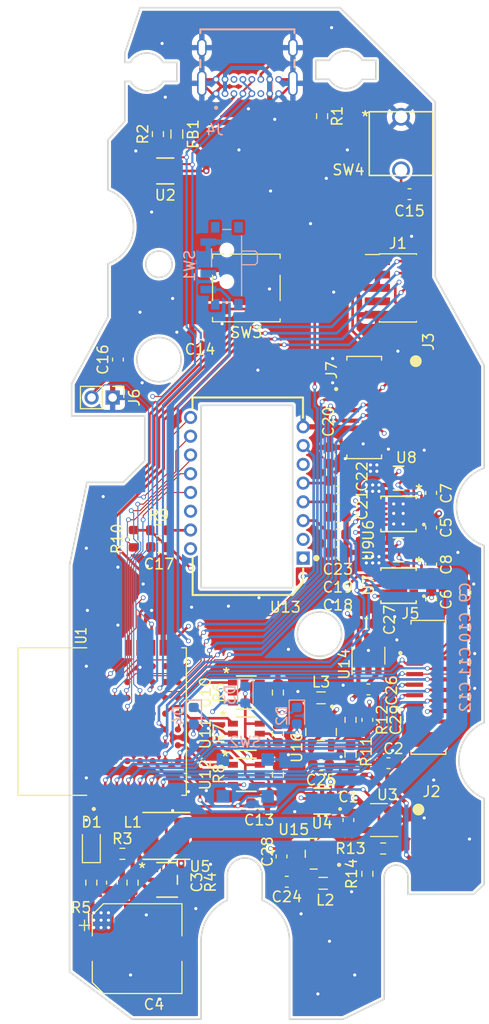
<source format=kicad_pcb>
(kicad_pcb (version 20221018) (generator pcbnew)
  (layers (0 "F.Cu" signal) (1 "In1.Cu" signal) (2 "In2.Cu" signal) (31 "B.Cu" signal) (34 "B.Paste" user) (35 "F.Paste" user) (36 "B.SilkS" user "B.Silkscreen") (37 "F.SilkS" user "F.Silkscreen") (38 "B.Mask" user) (39 "F.Mask" user) (44 "Edge.Cuts" user))
  (net 0 "")
  (net 1 "/Battery Management/VBUS")
  (net 2 "GND")
  (net 3 "/VBAT")
  (net 4 "Net-(D1-K)")
  (net 5 "/Magnet/30v")
  (net 6 "+5V")
  (net 7 "Net-(U6-VB)")
  (net 8 "/Magnet/OUT1")
  (net 9 "Net-(U7-VB)")
  (net 10 "/Magnet/OUT2")
  (net 11 "/Mouse Components/BTN_THUMB")
  (net 12 "/Mouse Components/BTN_BACK")
  (net 13 "/Mouse Components/BTN_FORWARD")
  (net 14 "/Mouse Components/BTN_TOP")
  (net 15 "/Mouse Components/BTN_BOTTOM")
  (net 16 "/Mouse Components/BTN_WHEEL")
  (net 17 "/Mouse Components/RMB")
  (net 18 "+3V0")
  (net 19 "+2V0")
  (net 20 "Net-(D1-A)")
  (net 21 "Net-(D2-K)")
  (net 22 "Net-(D3-K)")
  (net 23 "Net-(D4-K)")
  (net 24 "Net-(J4-VBUS)")
  (net 29 "/USB/D-")
  (net 30 "/USB/D+")
  (net 32 "Net-(J4-CC2)")
  (net 33 "Net-(J4-CC1)")
  (net 35 "/Mouse Components/THUMB_LED_1")
  (net 36 "/Mouse Components/THUMB_LED_2")
  (net 37 "/Mouse Components/TW_SDA")
  (net 38 "/Mouse Components/TW_SCL")
  (net 39 "/Mouse Components/TW_RDY")
  (net 41 "/Mouse Components/LMB")
  (net 42 "/Mouse Components/MW_MISO")
  (net 43 "/Mouse Components/MW_MOSI")
  (net 44 "/Mouse Components/MW_SCLK")
  (net 45 "/Mouse Components/MW_CS")
  (net 46 "/Mouse Components/MW_INT")
  (net 48 "Net-(U15-SW)")
  (net 49 "Net-(U5-FB)")
  (net 50 "Net-(U10-RSET)")
  (net 51 "Net-(U11-RSET)")
  (net 52 "Net-(U12-RSET)")
  (net 53 "Net-(U16-SW)")
  (net 54 "/Battery Management/VOUT")
  (net 55 "Net-(U16-FB)")
  (net 56 "/Sensor/SCLK")
  (net 57 "/Sensor/MOSI")
  (net 59 "/Mouse Components/BOTTOM_LED_1")
  (net 60 "/Mouse Components/BOTTOM_LED_2")
  (net 61 "/Sensor/MISO")
  (net 62 "/Sensor/~{NCS}")
  (net 63 "/Mouse Components/BOTTOM_LED_3")
  (net 64 "/Sensor/~{NRESET}")
  (net 68 "/Magnet/POS")
  (net 69 "/Magnet/30V_EN")
  (net 70 "/Magnet/NEG")
  (net 75 "/Battery Management/ST")
  (net 77 "Net-(U6-HO)")
  (net 78 "Net-(U6-LO)")
  (net 80 "Net-(U7-HO)")
  (net 81 "Net-(U7-LO)")
  (net 82 "/Sensor/MOTION")
  (net 85 "Net-(U13-VDDREG)")
  (net 88 "Net-(U13-LED_P)")
  (net 93 "Net-(SW1-B)")
  (net 94 "Net-(J1-SWDIO{slash}TMS)")
  (net 95 "Net-(J1-SWCLK{slash}TCK)")
  (net 96 "Net-(J1-SWO{slash}TDO)")
  (net 97 "Net-(J1-~{RESET})")
  (net 109 "Net-(U3-PROG)")
  (net 110 "/Battery Management/STAT")
  (footprint "Resistor_SMD:R_0603_1608Metric" (layer "F.Cu") (at 151.8 121.7 90)
    (fp_text reference "R7")
    (fp_text value "28.7k")
  )
  (footprint "Resistor_SMD:R_0603_1608Metric" (layer "F.Cu") (at 137.025 133.1)
    (fp_text reference "R3")
    (fp_text value "110k")
  )
  (footprint "Diode_SMD:D_SOD-323" (layer "F.Cu") (at 134.075 132.3275 90)
    (fp_text reference "D1")
    (fp_text value "D_Schottky_Small")
  )
  (footprint "Button_Switch_SMD:SW_Push_1P1T_NO_CK_KSC6xxJ" (layer "F.Cu") (at 148.8 79.4)
    (fp_text reference "SW3")
    (fp_text value "BTN_WHEEL")
  )
  (footprint "LED Driver:TSOT-23-6_D6_MCH" (layer "F.Cu") (at 148.8 117.8)
    (fp_text reference "U10")
    (fp_text value "MIC2860-2PYD6-TR")
  )
  (footprint "FFC:TE_1-1734742-4" (layer "F.Cu") (at 166 117.3 -90)
    (fp_text reference "J5")
    (fp_text value "Daughter Boards")
  )
  (footprint "Inductor_SMD:L_0805_2012Metric" (layer "F.Cu") (at 156.1 135.9)
    (fp_text reference "L2")
    (fp_text value "1uH")
  )
  (footprint "Capacitor_SMD:C_0603_1608Metric" (layer "F.Cu") (at 169.6 111.6 90)
    (fp_text reference "C10")
    (fp_text value "0.1uF")
  )
  (footprint "Sensor:PAW3370DM-T4QU 16Pin" (layer "F.Cu") (at 148.85 98.873 90)
    (fp_text reference "U13")
    (fp_text value "PAW3370")
    (fp_rect (start -8.968 4.35) (end 8.332 -4.35) (stroke (width 0.15)) (fill none) (layer "Edge.Cuts"))
  )
  (footprint "Resistor_SMD:R_0603_1608Metric" (layer "F.Cu") (at 134.075 135.8375 -90)
    (fp_text reference "R5")
    (fp_text value "47")
  )
  (footprint "Capacitor_SMD:C_0603_1608Metric" (layer "F.Cu") (at 136.6 86.2 90)
    (fp_text reference "C16")
    (fp_text value "0.1uF")
  )
  (footprint "Resistor_SMD:R_0603_1608Metric" (layer "F.Cu") (at 140.4 64.8 90)
    (fp_text reference "R2")
    (fp_text value "5.1k")
  )
  (footprint "LED Driver:TSOT-23-6_D6_MCH" (layer "F.Cu") (at 148.8 121.7)
    (fp_text reference "U11")
    (fp_text value "MIC2860-2PYD6-TR")
  )
  (footprint "Capacitor_SMD:C_0603_1608Metric" (layer "F.Cu") (at 144.4 83.8 180)
    (fp_text reference "C14")
    (fp_text value "0.1uF")
  )
  (footprint "Package_TO_SOT_SMD:SOT-23-5" (layer "F.Cu") (at 161.4 129.9 180)
    (fp_text reference "U3")
    (fp_text value "MCP73831-2-OT")
  )
  (footprint "JSTZH:B3B-ZR-SM4-TF" (layer "F.Cu") (at 166.4 132.3 90)
    (fp_text reference "J2")
    (fp_text value "Battery")
  )
  (footprint "Capacitor_SMD:C_0603_1608Metric" (layer "F.Cu") (at 156.7 95.3 90)
    (fp_text reference "C20")
    (fp_text value "10uF")
  )
  (footprint "MOSFET Driver:DFN10_DGD05473_V-DFN3030-10_DIO" (layer "F.Cu") (at 163.2586 100.850001 180)
    (fp_text reference "U6")
    (fp_text value "DGD05473FN-7")
  )
  (footprint "Capacitor_SMD:C_0603_1608Metric" (layer "F.Cu") (at 155.9 124.6925)
    (fp_text reference "C25")
    (fp_text value "10uF")
  )
  (footprint "MOSFET:SOT-363   US6_TOS" (layer "F.Cu") (at 163.2586 104.250001 180)
    (fp_text reference "U9")
    (fp_text value "SSM6N7002KFU_LF")
  )
  (footprint "Inductor_SMD:L_0805_2012Metric" (layer "F.Cu") (at 142.2 64.8 -90)
    (fp_text reference "FB1")
    (fp_text value "500mA")
  )
  (footprint "MCU:XCVR_BT840" (layer "F.Cu") (at 135.1 120.55 90)
    (fp_text reference "U1")
    (fp_text value "BT840")
  )
  (footprint "Connector_PinHeader_2.00mm:PinHeader_1x02_P2.00mm_Vertical" (layer "F.Cu") (at 136.1 89.8 -90)
    (fp_text reference "J6")
    (fp_text value "LMB")
  )
  (footprint "Outline:mouse_pcb_outline" (layer "F.Cu") (at 148.5 100.7)
    (fp_text reference "G***" hide)
    (fp_text value "LOGO" hide)
  )
  (footprint "Resistor_SMD:R_0603_1608Metric" (layer "F.Cu") (at 158.7 120.3925 90)
    (fp_text reference "R12")
    (fp_text value "232k")
  )
  (footprint "Resistor_SMD:R_0603_1608Metric" (layer "F.Cu") (at 161.8 132.6 180)
    (fp_text reference "R13")
    (fp_text value "5.1k")
  )
  (footprint "Capacitor_SMD:C_0603_1608Metric" (layer "F.Cu") (at 162.3 124.5)
    (fp_text reference "C2")
    (fp_text value "1uF")
  )
  (footprint "Inductor:IND_ASPI-4030S_ABR-L" (layer "F.Cu") (at 141.2 131.4 180)
    (fp_text reference "L1")
    (fp_text value "10uH")
  )
  (footprint "30v Reg:SOT-23-5_DIO" (layer "F.Cu") (at 141.275 135.575)
    (fp_text reference "U5")
    (fp_text value "AP3012")
  )
  (footprint "Capacitor_SMD:C_0603_1608Metric" (layer "F.Cu") (at 166.3586 102.150001 -90)
    (fp_text reference "C5")
    (fp_text value "10uF")
  )
  (footprint "LED Driver:TSOT-23-6_D6_MCH" (layer "F.Cu") (at 148.8 125.6)
    (fp_text reference "U12")
    (fp_text value "MIC2860-2PYD6-TR")
  )
  (footprint "Resistor_SMD:R_0603_1608Metric" (layer "F.Cu") (at 158.7 123.6925 90)
    (fp_text reference "R11")
    (fp_text value "100k")
  )
  (footprint "MOSFET:SOT-363   US6_TOS" (layer "F.Cu") (at 163.2586 97.450001 180)
    (fp_text reference "U8")
    (fp_text value "SSM6N7002KFU_LF")
  )
  (footprint "Capacitor_SMD:C_0603_1608Metric" (layer "F.Cu") (at 169.6 108.3 90)
    (fp_text reference "C9")
    (fp_text value "0.1uF")
  )
  (footprint "Connector_PinHeader_1.27mm:PinHeader_2x05_P1.27mm_Vertical_SMD" (layer "F.Cu") (at 163.2 79.4)
    (fp_text reference "J1")
    (fp_text value "SWD")
  )
  (footprint "Silent Switch:SW_D2FC_OMR" (layer "F.Cu") (at 163.5 63.16)
    (fp_text reference "SW4")
    (fp_text value "RMB")
  )
  (footprint "Capacitor_SMD:C_0603_1608Metric" (layer "F.Cu") (at 166.3586 108.950001 -90)
    (fp_text reference "C6")
    (fp_text value "10uF")
  )
  (footprint "MOSFET Driver:DFN10_DGD05473_V-DFN3030-10_DIO" (layer "F.Cu") (at 163.2586 107.650002 180)
    (fp_text reference "U7")
    (fp_text value "DGD05473FN-7")
  )
  (footprint "Resistor_SMD:R_0603_1608Metric" (layer "F.Cu") (at 160.3 135 -90)
    (fp_text reference "R14")
    (fp_text value "5.1k")
  )
  (footprint "Capacitor_SMD:C_0603_1608Metric" (layer "F.Cu") (at 152.645 135.75 180)
    (fp_text reference "C24")
    (fp_text value "10uF")
  )
  (footprint "Capacitor_SMD:C_0603_1608Metric" (layer "F.Cu") (at 160.4 117.5)
    (fp_text reference "C26")
    (fp_text value "10uF")
  )
  (footprint "Capacitor_SMD:CP_Elec_8x11.9" (layer "F.Cu") (at 138.425 142.1)
    (fp_text reference "C4")
    (fp_text value "180uF")
  )
  (footprint "Capacitor_SMD:C_0603_1608Metric" (layer "F.Cu") (at 160.3 120.3925 -90)
    (fp_text reference "C29")
    (fp_text value "10uF")
  )
  (footprint "Resistor_SMD:R_0603_1608Metric" (layer "F.Cu") (at 138.1 103.2 -90)
    (fp_text reference "R10")
    (fp_text value "10k")
  )
  (footprint "Resistor_SMD:R_0603_1608Metric" (layer "F.Cu") (at 140.5 102.4)
    (fp_text reference "R9")
    (fp_text value "18")
  )
  (footprint "Capacitor_SMD:C_0603_1608Metric" (layer "F.Cu") (at 164.3 70.5)
    (fp_text reference "C15")
    (fp_text value "0.1uF")
  )
  (footprint "2v Reg:SOT95P280X145-5N" (layer "F.Cu") (at 155.9 121.5375 -90)
    (fp_text reference "U16")
    (fp_text value "TLV62568DBVR")
  )
  (footprint "5v Reg:SOT95P280X145-5N" (layer "F.Cu") (at 155.2 133.1 180)
    (fp_text reference "U15")
    (fp_text value "TPS613222ADBVR")
  )
  (footprint "Capacitor_SMD:C_0603_1608Metric" (layer "F.Cu") (at 166.3586 105.650001 90)
    (fp_text reference "C8")
    (fp_text value "1uF")
  )
  (footprint "Capacitor_SMD:C_0603_1608Metric" (layer "F.Cu") (at 140.5 104)
    (fp_text reference "C17")
    (fp_text value "33uF")
  )
  (footprint "Package_TO_SOT_SMD:SOT-23-5" (layer "F.Cu") (at 160.4 114.3 90)
    (fp_text reference "U14")
    (fp_text value "MIC5501-3.0YM5")
  )
  (footprint "Resistor_SMD:R_0603_1608Metric" (layer "F.Cu") (at 137.990066 135.8375 -90)
    (fp_text reference "R4")
    (fp_text value "5.1k")
  )
  (footprint "Capacitor_SMD:C_0603_1608Metric" (layer "F.Cu") (at 166.3586 98.850001 90)
    (fp_text reference "C7")
    (fp_text value "1uF")
  )
  (footprint "Capacitor_SMD:C_0603_1608Metric" (layer "F.Cu") (at 157.5 104.5)
    (fp_text reference "C18")
    (fp_text value "10uF/10V")
  )
  (footprint "FFC:TE_1734742-8" (layer "F.Cu") (at 159.9 90.75 -90)
    (fp_text reference "J7")
    (fp_text value "Mouse Wheel")
  )
  (footprint "Capacitor_SMD:C_0603_1608Metric" (layer "F.Cu") (at 136.032533 135.8375 -90)
    (fp_text reference "C3")
    (fp_text value "1uF")
  )
  (footprint "Resistor_SMD:R_0603_1608Metric" (layer "F.Cu") (at 156 63.1 -90)
    (fp_text reference "R1")
    (fp_text value "5.1k")
  )
  (footprint "JSTZH:B4B-ZR-SM4-TF" (layer "F.Cu") (at 166.1 90.5 90)
    (fp_text reference "J3")
    (fp_text value "Wheel Magnet")
  )
  (footprint "Capacitor_SMD:C_0603_1608Metric" (layer "F.Cu") (at 160.2 111.2625)
    (fp_text reference "C27")
    (fp_text value "10uF")
  )
  (footprint "Capacitor_SMD:C_0603_1608Metric" (layer "F.Cu") (at 150.025 128.3)
    (fp_text reference "C13")
    (fp_text value "0.1uF")
  )
  (footprint "Capacitor_SMD:C_0603_1608Metric" (layer "F.Cu") (at 157.5 102.8)
    (fp_text reference "C19")
    (fp_text value "100nF")
  )
  (footprint "Resistor_SMD:R_0603_1608Metric" (layer "F.Cu") (at 151.8 125.6 90)
    (fp_text reference "R8")
    (fp_text value "28.7k")
  )
  (footprint "Inductor_SMD:L_0805_2012Metric" (layer "F.Cu") (at 155.9 118.3 180)
    (fp_text reference "L3")
    (fp_text value "2.2uH")
  )
  (footprint "Power Diode:SOT-5X3_DRL_TEX" (layer "F.Cu") (at 156 128.1 180)
    (fp_text reference "U4")
    (fp_text value "LM66200DRLR")
  )
  (footprint "Resistor_SMD:R_0603_1608Metric" (layer "F.Cu") (at 151.8 117.8 90)
    (fp_text reference "R6")
    (fp_text value "28.7k")
  )
  (footprint "Capacitor_SMD:C_0603_1608Metric" (layer "F.Cu") (at 152.145 133.35 -90)
    (fp_text reference "C28")
    (fp_text value "10uF")
  )
  (footprint "Capacitor_SMD:C_0603_1608Metric" (layer "F.Cu") (at 158.5 129.9 90)
    (fp_text reference "C1")
    (fp_text value "1uF")
  )
  (footprint "TVS Diode:SOT-363_DIO" (layer "F.Cu") (at 141.1 68.3)
    (fp_text reference "U2")
    (fp_text value "D3V3F4U6S-7")
  )
  (footprint "Capacitor_SMD:C_0603_1608Metric" (layer "F.Cu") (at 169.6 114.9 90)
    (fp_text reference "C11")
    (fp_text value "0.1uF")
  )
  (footprint "Capacitor_SMD:C_0603_1608Metric" (layer "F.Cu") (at 169.6 118.2 90)
    (fp_text reference "C12")
    (fp_text value "0.1uF")
  )
  (footprint "Capacitor_SMD:C_0603_1608Metric" (layer "F.Cu") (at 157.5 101.1)
    (fp_text reference "C23")
    (fp_text value "100nF")
  )
  (footprint "Capacitor_SMD:C_0603_1608Metric" (layer "F.Cu") (at 157.5 99.4)
    (fp_text reference "C21")
    (fp_text value "10uF")
  )
  (footprint "Capacitor_SMD:C_0603_1608Metric" (layer "F.Cu") (at 157.5 97.7)
    (fp_text reference "C22")
    (fp_text value "100nF")
  )
  (footprint "LED_SMD:LED_0603_1608Metric" (layer "B.Cu") (at 143.8 120 -90)
    (fp_text reference "D4")
    (fp_text value "LED3")
  )
  (footprint "LED_SMD:LED_0603_1608Metric" (layer "B.Cu") (at 153.6 120 -90)
    (fp_text reference "D2")
    (fp_text value "LED1")
  )
  (footprint "Button_Switch_SMD:SW_SPDT_PCM12" (layer "B.Cu") (at 146.62 77.3 -90)
    (fp_text reference "SW1")
    (fp_text value "Power Switch")
  )
  (footprint "USBC:GCT_USB4085-GF-A_REVB" (layer "B.Cu") (at 148.9 56.6)
    (fp_text reference "J4")
    (fp_text value "USB4085-GF-A_REVB")
  )
  (footprint "LED_SMD:LED_0603_1608Metric" (layer "B.Cu") (at 148.7 118 -90)
    (fp_text reference "D3")
    (fp_text value "LED2")
  )
  (footprint "Bottom Button:MCSLPT4644B1TR" (layer "B.Cu") (at 148.7 125.9 180)
    (fp_text reference "SW2")
    (fp_text value "BTN_BOTTOM")
  )
  (gr_line (start 166.75 61.75) (end 157.7 52.8) (stroke (width 0.15)) (layer "Edge.Cuts"))
  (gr_line (start 150.3 135.15) (end 150.3 137.5) (stroke (width 0.15)) (layer "Edge.Cuts"))
  (gr_line (start 152.9 141.4) (end 152.9 148.8) (stroke (width 0.15)) (layer "Edge.Cuts"))
  (gr_arc (start 140.899999 59.8) (mid 139.35 60.692344) (end 137.800001 59.8) (stroke (width 0.15)) (layer "Edge.Cuts"))
  (gr_line (start 171.4 86.75) (end 166.75 78.35) (stroke (width 0.15)) (layer "Edge.Cuts"))
  (gr_line (start 156.700001 59.6) (end 155.4 59.6) (stroke (width 0.15)) (layer "Edge.Cuts"))
  (gr_line (start 139.15 95.8) (end 137.1 97.85) (stroke (width 0.15)) (layer "Edge.Cuts"))
  (gr_line (start 135.65 82.15) (end 132.2 88.5) (stroke (width 0.15)) (layer "Edge.Cuts"))
  (gr_line (start 164.15 135.3) (end 164.15 136.95) (stroke (width 0.15)) (layer "Edge.Cuts"))
  (gr_line (start 132.2 88.5) (end 132.2 91.55) (stroke (width 0.15)) (layer "Edge.Cuts"))
  (gr_line (start 133.65 97.85) (end 132 105.7) (stroke (width 0.15)) (layer "Edge.Cuts"))
  (gr_circle (center 140.5 86.2) (end 142.6 86.2) (stroke (width 0.15)) (fill none) (layer "Edge.Cuts"))
  (gr_line (start 166.75 78.35) (end 166.75 61.75) (stroke (width 0.15)) (layer "Edge.Cuts"))
  (gr_line (start 142.2 58) (end 140.899999 58) (stroke (width 0.15)) (layer "Edge.Cuts"))
  (gr_line (start 156.700001 57.8) (end 155.4 57.8) (stroke (width 0.15)) (layer "Edge.Cuts"))
  (gr_line (start 170.4 136.95) (end 171.4 136) (stroke (width 0.15)) (layer "Edge.Cuts"))
  (gr_line (start 137.1 97.85) (end 133.65 97.85) (stroke (width 0.15)) (layer "Edge.Cuts"))
  (gr_line (start 157.7 52.8) (end 138.7 52.8) (stroke (width 0.15)) (layer "Edge.Cuts"))
  (gr_line (start 140.899999 59.8) (end 142.2 59.8) (stroke (width 0.15)) (layer "Edge.Cuts"))
  (gr_line (start 159.799999 59.6) (end 161.1 59.6) (stroke (width 0.1)) (layer "Edge.Cuts"))
  (gr_arc (start 156.700001 57.8) (mid 158.25 56.907656) (end 159.799999 57.8) (stroke (width 0.15)) (layer "Edge.Cuts"))
  (gr_circle locked (center 155.75 112.25) (end 157.85 112.25) (stroke (width 0.15)) (fill none) (layer "Edge.Cuts"))
  (gr_line (start 139.15 91.55) (end 139.15 95.8) (stroke (width 0.15)) (layer "Edge.Cuts"))
  (gr_line (start 144.5 148.8) (end 144.5 141.4) (stroke (width 0.15)) (layer "Edge.Cuts"))
  (gr_arc (start 150.3 137.5) (mid 152.191997 139.055335) (end 152.9 141.4) (stroke (width 0.15)) (layer "Edge.Cuts"))
  (gr_line (start 135.65 77.1) (end 135.65 82.15) (stroke (width 0.15)) (layer "Edge.Cuts"))
  (gr_line (start 171.4 96.5) (end 171.4 86.75) (stroke (width 0.15)) (layer "Edge.Cuts"))
  (gr_circle (center 140.5 77.15) (end 141.75 77.15) (stroke (width 0.15)) (fill none) (layer "Edge.Cuts"))
  (gr_line (start 137.95 148.8) (end 144.5 148.8) (stroke (width 0.15)) (layer "Edge.Cuts"))
  (gr_line (start 132 144.3) (end 137.95 148.8) (stroke (width 0.15)) (layer "Edge.Cuts"))
  (gr_line (start 137.25 59.8) (end 137.25 63.6) (stroke (width 0.15)) (layer "Edge.Cuts"))
  (gr_line (start 158 148.8) (end 161.9 146.9) (stroke (width 0.15)) (layer "Edge.Cuts"))
  (gr_line (start 137.25 63.6) (end 135.65 65.35) (stroke (width 0.15)) (layer "Edge.Cuts"))
  (gr_arc (start 159.799999 59.6) (mid 158.25 60.492344) (end 156.700001 59.6) (stroke (width 0.15)) (layer "Edge.Cuts"))
  (gr_line (start 158 148.8) (end 152.9 148.8) (stroke (width 0.15)) (layer "Edge.Cuts"))
  (gr_line (start 155.4 57.8) (end 155.4 59.6) (stroke (width 0.15)) (layer "Edge.Cuts"))
  (gr_line (start 161.1 57.8) (end 159.799999 57.8) (stroke (width 0.15)) (layer "Edge.Cuts"))
  (gr_line (start 161.9 146.9) (end 161.9 136.95) (stroke (width 0.15)) (layer "Edge.Cuts"))
  (gr_arc (start 161.9 135.3) (mid 163.025 134.175) (end 164.15 135.3) (stroke (width 0.15)) (layer "Edge.Cuts"))
  (gr_line (start 161.9 136.95) (end 161.9 135.3) (stroke (width 0.15)) (layer "Edge.Cuts"))
  (gr_line (start 164.15 136.95) (end 170.4 136.95) (stroke (width 0.15)) (layer "Edge.Cuts"))
  (gr_line (start 137.25 57.1) (end 137.25 58) (stroke (width 0.15)) (layer "Edge.Cuts"))
  (gr_line (start 171.4 136) (end 171.4 127.85) (stroke (width 0.15)) (layer "Edge.Cuts"))
  (gr_line (start 142.2 59.8) (end 142.2 58) (stroke (width 0.15)) (layer "Edge.Cuts"))
  (gr_line (start 138.7 52.8) (end 137.25 57.1) (stroke (width 0.15)) (layer "Edge.Cuts"))
  (gr_line (start 132.2 91.55) (end 139.15 91.55) (stroke (width 0.15)) (layer "Edge.Cuts"))
  (gr_arc (start 135.65 70.1) (mid 138.083631 73.6) (end 135.65 77.1) (stroke (width 0.15)) (layer "Edge.Cuts"))
  (gr_arc (start 137.800001 58) (mid 139.35 57.107656) (end 140.899999 58) (stroke (width 0.15)) (layer "Edge.Cuts"))
  (gr_arc (start 147 135.15) (mid 148.65 133.5) (end 150.3 135.15) (stroke (width 0.15)) (layer "Edge.Cuts"))
  (gr_line (start 161.1 59.6) (end 161.1 57.8) (stroke (width 0.15)) (layer "Edge.Cuts"))
  (gr_line (start 147 135.15) (end 147 137.5) (stroke (width 0.15)) (layer "Edge.Cuts"))
  (gr_arc (start 144.5 141.4) (mid 145.178655 139.083753) (end 147 137.5) (stroke (width 0.15)) (layer "Edge.Cuts"))
  (gr_arc (start 171.4 127.85) (mid 168.997359 124.25) (end 171.4 120.65) (stroke (width 0.15)) (layer "Edge.Cuts"))
  (gr_line (start 171.4 120.65) (end 171.4 103.85) (stroke (width 0.15)) (layer "Edge.Cuts"))
  (gr_arc (start 171.4 103.85) (mid 168.768267 100.175) (end 171.4 96.5) (stroke (width 0.15)) (layer "Edge.Cuts"))
  (gr_line (start 135.65 65.35) (end 135.65 70.1) (stroke (width 0.15)) (layer "Edge.Cuts"))
  (gr_line (start 132 105.7) (end 132 144.3) (stroke (width 0.15)) (layer "Edge.Cuts"))
  (gr_line (start 137.800001 59.8) (end 137.25 59.8) (stroke (width 0.15)) (layer "Edge.Cuts"))
  (gr_line (start 137.800001 58) (end 137.25 58) (stroke (width 0.15)) (layer "Edge.Cuts"))
  (segment (start 158.5 129.125) (end 158.675 128.95) (width 0.25) (layer "F.Cu") (net 1))
  (segment (start 145 67.3) (end 143.5625 65.8625) (width 0.6) (layer "F.Cu") (net 1))
  (segment (start 142.9 115.3) (end 143.3 114.9) (width 0.25) (layer "F.Cu") (net 1))
  (segment (start 158.675 128.95) (end 160.2625 128.95) (width 0.25) (layer "F.Cu") (net 1))
  (segment (start 155.1999 127.849937) (end 154.049937 127.849937) (width 0.25) (layer "F.Cu") (net 1))
  (segment (start 142.050001 68.3) (end 145 68.3) (width 0.25) (layer "F.Cu") (net 1))
  (segment (start 143.5625 65.8625) (end 142.2 65.8625) (width 0.6) (layer "F.Cu") (net 1))
  (segment (start 160.2625 128.8625) (end 160.2625 128.95) (width 0.6) (layer "F.Cu") (net 1))
  (segment (start 154.049937 127.849937) (end 154 127.8) (width 0.25) (layer "F.Cu") (net 1))
  (segment (start 145 68.3) (end 145 67.3) (width 0.6) (layer "F.Cu") (net 1))
  (segment (start 159.2 127.8) (end 160.2625 128.8625) (width 0.6) (layer "F.Cu") (net 1))
  (segment (start 142.3 115.3) (end 142.9 115.3) (width 0.25) (layer "F.Cu") (net 1))
  (via (at 145 68.3) (size 0.45) (drill 0.3) (layers "F.Cu" "B.Cu") (net 1))
  (via (at 143.3 114.9) (size 0.45) (drill 0.3) (layers "F.Cu" "B.Cu") (net 1))
  (via (at 159.2 127.8) (size 0.45) (drill 0.3) (layers "F.Cu" "B.Cu") (net 1))
  (via (at 154 127.8) (size 0.45) (drill 0.3) (layers "F.Cu" "B.Cu") (net 1))
  (segment (start 133.475 121.3) (end 133.1 121.675) (width 0.25) (layer "F.Cu") (net 2))
  (segment (start 148.8251 116.8749) (end 148.8251 116.6749) (width 0.25) (layer "F.Cu") (net 2))
  (segment (start 160.6 96.2) (end 160.6 96.8) (width 0.25) (layer "F.Cu") (net 2))
  (segment (start 163.2586 102.558602) (end 163.2586 100.850001) (width 0.4) (layer "F.Cu") (net 2))
  (segment (start 166.4 130.8) (end 165.7 130.1) (width 0.25) (layer "F.Cu") (net 2))
  (segment (start 145.925 59.61) (end 144.945 59.61) (width 0.25) (layer "F.Cu") (net 2))
  (segment (start 134.225 118.3) (end 133.1 117.175) (width 0.25) (layer "F.Cu") (net 2))
  (segment (start 147.52365 121.7) (end 146.7974 121.7) (width 0.25) (layer "F.Cu") (net 2))
  (segment (start 163.2 100.908601) (end 162.8 100.8) (width 0.4) (layer "F.Cu") (net 2))
  (segment (start 162.2172 103.600002) (end 163.2586 102.558602) (width 0.4) (layer "F.Cu") (net 2))
  (segment (start 145.555 60.96) (end 144.575 59.98) (width 0.25) (layer "F.Cu") (net 2))
  (segment (start 146.7974 121.7) (end 146.2974 121.2) (width 0.25) (layer "F.Cu") (net 2))
  (segment (start 162.758601 108.150001) (end 163.2586 107.650002) (width 0.25) (layer "F.Cu") (net 2))
  (segment (start 162.2172 96.800002) (end 161.200002 96.800002) (width 0.25) (layer "F.Cu") (net 2))
  (segment (start 152.855 59.61) (end 153.225 59.98) (width 0.25) (layer "F.Cu") (net 2))
  (segment (start 161.8108 101.35) (end 162.758601 101.35) (width 0.25) (layer "F.Cu") (net 2))
  (segment (start 133.475 119.8) (end 133.1 119.425) (width 0.25) (layer "F.Cu") (net 2))
  (segment (start 169.1 130.8) (end 170 131.7) (width 0.5) (layer "F.Cu") (net 2))
  (segment (start 161.2 96.8) (end 160.6 96.8) (width 0.25) (layer "F.Cu") (net 2))
  (segment (start 162.5375 129.9) (end 165.5 129.9) (width 0.25) (layer "F.Cu") (net 2))
  (segment (start 168.175 113.525) (end 168.175 113.52396) (width 0.25) (layer "F.Cu") (net 2))
  (segment (start 144.945 59.61) (end 144.575 59.98) (width 0.25) (layer "F.Cu") (net 2))
  (segment (start 156.675 124.6925) (end 158.525 124.6925) (width 0.25) (layer "F.Cu") (net 2))
  (segment (start 163.2 101.9) (end 163.1 101.8) (width 0.4) (layer "F.Cu") (net 2))
  (segment (start 135.1 118.3) (end 134.225 118.3) (width 0.25) (layer "F.Cu") (net 2))
  (segment (start 146.5 125.6) (end 145 127.1) (width 0.25) (layer "F.Cu") (net 2))
  (segment (start 162.8 101.5) (end 162.9 101.6) (width 0.4) (layer "F.Cu") (net 2))
  (segment (start 156.5 117.1) (end 158 117.1) (width 0.25) (layer "F.Cu") (net 2))
  (segment (start 161.2 96.8) (end 161.2 96.2) (width 0.25) (layer "F.Cu") (net 2))
  (segment (start 162.7 123.3) (end 161.525 124.475) (width 0.25) (layer "F.Cu") (net 2))
  (segment (start 162.8 101.8) (end 162.8 101.5) (width 0.4) (layer "F.Cu") (net 2))
  (segment (start 158.7 124.5175) (end 158.0825 123.9) (width 0.25) (layer "F.Cu") (net 2))
  (segment (start 135.1 119.8) (end 133.475 119.8) (width 0.25) (layer "F.Cu") (net 2))
  (segment (start 165.5 129.9) (end 165.7 129.7) (width 0.25) (layer "F.Cu") (net 2))
  (segment (start 167.2 114.5) (end 168.175 113.525) (width 0.25) (layer "F.Cu") (net 2))
  (segment (start 135.1 122.8) (end 134.225 122.8) (width 0.25) (layer "F.Cu") (net 2))
  (segment (start 161.525 124.475) (end 161.525 124.5) (width 0.25) (layer "F.Cu") (net 2))
  (segment (start 146.2974 121.2) (end 145.2 121.2) (width 0.25) (layer "F.Cu") (net 2))
  (segment (start 161.8108 108.150001) (end 162.758601 108.150001) (width 0.25) (layer "F.Cu") (net 2))
  (segment (start 152.245 60.96) (end 153.225 59.98) (width 0.25) (layer "F.Cu") (net 2))
  (segment (start 151.875 59.61) (end 152.855 59.61) (width 0.25) (layer "F.Cu") (net 2))
  (segment (start 162.9 101.6) (end 163.2 101.3) (width 0.4) (layer "F.Cu") (net 2))
  (segment (start 135.1 121.3) (end 133.475 121.3) (width 0.25) (layer "F.Cu") (net 2))
  (segment (start 151.8 113.7) (end 152.8 113.7) (width 0.25) (layer "F.Cu") (net 2))
  (segment (start 155.9 120.2825) (end 155.9 117.7) (width 0.25) (layer "F.Cu") (net 2))
  (segment (start 167.2 114.55) (end 167.2 114.5) (width 0.25) (layer "F.Cu") (net 2))
  (segment (start 134.225 122.8) (end 133.1 123.925) (width 0.25) (layer "F.Cu") (net 2))
  (segment (start 134.225 118.3) (end 133.1 119.425) (width 0.25) (layer "F.Cu") (net 2))
  (segment (start 161.200002 96.800002) (end 161.2 96.8) (width 0.25) (layer "F.Cu") (net 2))
  (segment (start 158.7 124.5175) (end 161.5075 124.5175) (width 0.25) (layer "F.Cu") (net 2))
  (segment (start 168.1 130.8) (end 169.1 130.8) (width 0.5) (layer "F.Cu") (net 2))
  (segment (start 166.4 130.8) (end 168.1 130.8) (width 0.25) (layer "F.Cu") (net 2))
  (segment (start 163.1 101.8) (end 162.8 101.8) (width 0.4) (layer "F.Cu") (net 2))
  (segment (start 162.8 100.8) (end 163.2586 100.850001) (width 0.4) (layer "F.Cu") (net 2))
  (segment (start 162.758601 101.35) (end 163.2586 100.850001) (width 0.25) (layer "F.Cu") (net 2))
  (segment (start 147.9 117.8) (end 148.8251 116.8749) (width 0.25) (layer "F.Cu") (net 2))
  (segment (start 145.925 60.96) (end 145.555 60.96) (width 0.25) (layer "F.Cu") (net 2))
  (segment (start 165.7 130.1) (end 165.7 129.7) (width 0.25) (layer "F.Cu") (net 2))
  (segment (start 147.52365 117.8) (end 147.9 117.8) (width 0.25) (layer "F.Cu") (net 2))
  (segment (start 147.52365 125.6) (end 146.5 125.6) (width 0.25) (layer "F.Cu") (net 2))
  (segment (start 168.175 113.52396) (end 168.6 113.09896) (width 0.25) (layer "F.Cu") (net 2))
  (segment (start 151.875 60.96) (end 152.245 60.96) (width 0.25) (layer "F.Cu") (net 2))
  (segment (start 134.225 122.8) (end 133.1 121.675) (width 0.25) (layer "F.Cu") (net 2))
  (segment (start 161.5075 124.5175) (end 161.525 124.5) (width 0.25) (layer "F.Cu") (net 2))
  (segment (start 148.8251 116.6749) (end 151.8 113.7) (width 0.25) (layer "F.Cu") (net 2))
  (segment (start 158.525 124.6925) (end 158.7 124.5175) (width 0.25) (layer "F.Cu") (net 2))
  (segment (start 158.0825 123.9) (end 157.8 123.9) (width 0.25) (layer "F.Cu") (net 2))
  (segment (start 161.2 96.2) (end 160.6 96.2) (width 0.25) (layer "F.Cu") (net 2))
  (segment (start 163.2 101.3) (end 163.2 100.908601) (width 0.4) (layer "F.Cu") (net 2))
  (segment (start 168.6 111.825) (end 169.6 110.825) (width 0.25) (layer "F.Cu") (net 2))
  (segment (start 168.6 113.09896) (end 168.6 111.825) (width 0.25) (layer "F.Cu") (net 2))
  (segment (start 155.9 117.7) (end 156.5 117.1) (width 0.25) (layer "F.Cu") (net 2))
  (via (at 140.6 146.9) (size 0.45) (drill 0.3) (layers "F.Cu" "B.Cu") (net 2))
  (via (at 138.9 88.4) (size 0.45) (drill 0.3) (layers "F.Cu" "B.Cu") (net 2))
  (via (at 144.2 122.5) (size 0.45) (drill 0.3) (layers "F.Cu" "B.Cu") (net 2))
  (via (at 154.9 73.3) (size 0.45) (drill 0.3) (layers "F.Cu" "B.Cu") (net 2))
  (via (at 157.8 123.9) (size 0.45) (drill 0.3) (layers "F.Cu" "B.Cu") (net 2))
  (via (at 139.4 105.8) (size 0.45) (drill 0.3) (layers "F.Cu" "B.Cu") (net 2))
  (via (at 158.4 66.3) (size 0.45) (drill 0.3) (layers "F.Cu" "B.Cu") (net 2))
  (via (at 149.9 87.2) (size 0.45) (drill 0.3) (layers "F.Cu" "B.Cu") (net 2))
  (via (at 163.1 112.8) (size 0.45) (drill 0.3) (layers "F.Cu" "B.Cu") (net 2))
  (via (at 141.8 129) (size 0.45) (drill 0.3) (layers "F.Cu" "B.Cu") (net 2))
  (via (at 152.8 113.7) (size 0.45) (drill 0.3) (layers "F.Cu" "B.Cu") (net 2))
  (via (at 145.2 121.2) (size 0.45) (drill 0.3) (layers "F.Cu" "B.Cu") (net 2))
  (via (at 158.2 95.6) (size 0.45) (drill 0.3) (layers "F.Cu" "B.Cu") (net 2))
  (via (at 151.5 63.4) (size 0.45) (drill 0.3) (layers "F.Cu" "B.Cu") (net 2))
  (via (at 150 108.8) (size 0.45) (drill 0.3) (layers "F.Cu" "B.Cu") (net 2))
  (via (at 162.8 100.8) (size 0.45) (drill 0.3) (layers "F.Cu" "B.Cu") (net 2))
  (via (at 145 127.1) (size 0.45) (drill 0.3) (layers "F.Cu" "B.Cu") (net 2))
  (via (at 140.8 56.2) (size 0.45) (drill 0.3) (layers "F.Cu" "B.Cu") (net 2))
  (via (at 148.1 66.3) (size 0.45) (drill 0.3) (layers "F.Cu" "B.Cu") (net 2))
  (via (at 145.4 134.1) (size 0.45) (drill 0.3) (layers "F.Cu" "B.Cu") (net 2))
  (via (at 157 86.1) (size 0.45) (drill 0.3) (layers "F.Cu" "B.Cu") (net 2))
  (via (at 156.7 141.4) (size 0.45) (drill 0.3) (layers "F.Cu" "B.Cu") (net 2))
  (via (at 165.7 129.7) (size 0.45) (drill 0.3) (layers "F.Cu" "B.Cu") (net 2))
  (via (at 160.4 113.8) (size 0.45) (drill 0.3) (layers "F.Cu" "B.Cu") (net 2))
  (via (at 133.6 125.9) (size 0.45) (drill 0.3) (layers "F.Cu" "B.Cu") (net 2))
  (via (at 151.1 70.2) (size 0.45) (drill 0.3) (layers "F.Cu" "B.Cu") (net 2))
  (via (at 153.7 117.7) (size 0.45) (drill 0.3) (layers "F.Cu" "B.Cu") (net 2))
  (via (at 159.1 144.6) (size 0.45) (drill 0.3) (layers "F.Cu" "B.Cu") (net 2))
  (via (at 149 62.4) (size 0.45) (drill 0.3) (layers "F.Cu" "B.Cu") (net 2))
  (via (at 138.7 115.4) (size 0.45) (drill 0.3) (layers "F.Cu" "B.Cu") (net 2))
  (via (at 160.6 96.2) (size 0.5) (drill 0.3) (layers "F.Cu" "B.Cu") (net 2))
  (via (at 146.5 82.8) (size 0.45) (drill 0.3) (layers "F.Cu" "B.Cu") (net 2))
  (via (at 156.4 69) (size 0.45) (drill 0.3) (layers "F.Cu" "B.Cu") (net 2))
  (via (at 157 88.4) (size 0.45) (drill 0.3) (layers "F.Cu" "B.Cu") (net 2))
  (via (at 170.5 114.1) (size 0.45) (drill 0.3) (layers "F.Cu" "B.Cu") (net 2))
  (via (at 151 79.5) (size 0.45) (drill 0.3) (layers "F.Cu" "B.Cu") (net 2))
  (via (at 137.8 144.6) (size 0.45) (drill 0.3) (layers "F.Cu" "B.Cu") (net 2))
  (via (at 138.3 66.4) (size 0.45) (drill 0.3) (layers "F.Cu" "B.Cu") (net 2))
  (via (at 147.1 109.6) (size 0.45) (drill 0.3) (layers "F.Cu" "B.Cu") (net 2))
  (via (at 161.2 96.2) (size 0.5) (drill 0.3) (layers "F.Cu" "B.Cu") (net 2))
  (via (at 163.7 100.8) (size 0.45) (drill 0.3) (layers "F.Cu" "B.Cu") (net 2))
  (via (at 155.6 146.4) (size 0.45) (drill 0.3) (layers "F.Cu" "B.Cu") (net 2))
  (via (at 136.6 111.4) (size 0.45) (drill 0.3) (layers "F.Cu" "B.Cu") (net 2))
  (via (at 157.1 79.8) (size 0.45) (drill 0.3) (layers "F.Cu" "B.Cu") (net 2))
  (via (at 165.7 94.8) (size 0.45) (drill 0.3) (layers "F.Cu" "B.Cu") (net 2))
  (via (at 156.9 54.7) (size 0.45) (drill 0.3) (layers "F.Cu" "B.Cu") (net 2))
  (via (at 158 117.1) (size 0.45) (drill 0.3) (layers "F.Cu" "B.Cu") (net 2))
  (via (at 135.2 99.2) (size 0.45) (drill 0.3) (layers "F.Cu" "B.Cu") (net 2))
  (via (at 139 107.5) (size 0.45) (drill 0.3) (layers "F.Cu" "B.Cu") (net 2))
  (via (at 133.6 115.3) (size 0.45) (drill 0.3) (layers "F.Cu" "B.Cu") (net 2))
  (via (at 133.6 129.9) (size 0.45) (drill 0.3) (layers "F.Cu" "B.Cu") (net 2))
  (via (at 160.6 96.8) (size 0.5) (drill 0.3) (layers "F.Cu" "B.Cu") (net 2))
  (via (at 166.6 126.1) (size 0.45) (drill 0.3) (layers "F.Cu" "B.Cu") (net 2))
  (via (at 162.8 101.8) (size 0.45) (drill 0.3) (layers "F.Cu" "B.Cu") (net 2))
  (via (at 136.6 105.9) (size 0.45) (drill 0.3) (layers "F.Cu" "B.Cu") (net 2))
  (via (at 157 109.2) (size 0.45) (drill 0.3) (layers "F.Cu" "B.Cu") (net 2))
  (via (at 162.8 99.9) (size 0.45) (drill 0.3) (layers "F.Cu" "B.Cu") (net 2))
  (via (at 153.4 129.1) (size 0.45) (drill 0.3) (layers "F.Cu" "B.Cu") (net 2))
  (via (at 133.6 104.1) (size 0.45) (drill 0.3) (layers "F.Cu" "B.Cu") (net 2))
  (via (at 138.7 81.7) (size 0.45) (drill 0.3) (layers "F.Cu" "B.Cu") (net 2))
  (via (at 163.7 101.8) (size 0.45) (drill 0.3) (layers "F.Cu" "B.Cu") (net 2))
  (via (at 143.3 127.2) (size 0.45) (drill 0.3) (layers "F.Cu" "B.Cu") (net 2))
  (via (at 139.3 138.9) (size 0.45) (drill 0.3) (layers "F.Cu" "B.Cu") (net 2))
  (via (at 161.2 96.8) (size 0.5) (drill 0.3) (layers "F.Cu" "B.Cu") (net 2))
  (via (at 159.9 94.2) (size 0.45) (drill 0.3) (layers "F.Cu" "B.Cu") (net 2))
  (via (at 162.7 123.3) (size 0.45) (drill 0.3) (layers "F.Cu" "B.Cu") (net 2))
  (via (at 162.3 94.7) (size 0.45) (drill 0.3) (layers "F.Cu" "B.Cu") (net 2))
  (via (at 142.2 83.6) (size 0.45) (drill 0.3) (layers "F.Cu" "B.Cu") (net 2))
  (via (at 164.5 74.5) (size 0.45) (drill 0.3) (layers "F.Cu" "B.Cu") (net 2))
  (via (at 133.7 110) (size 0.45) (drill 0.3) (layers "F.Cu" "B.Cu") (net 2))
  (via (at 170 131.7) (size 0.45) (drill 0.3) (layers "F.Cu" "B.Cu") (net 2))
  (via (at 168.9 104.5) (size 0.45) (drill 0.3) (layers "F.Cu" "B.Cu") (net 2))
  (via (at 144 138.3) (size 0.45) (drill 0.3) (layers "F.Cu" "B.Cu") (net 2))
  (via (at 152.8 123.7) (size 0.45) (drill 0.3) (layers "F.Cu" "B.Cu") (net 2))
  (via (at 163.7 99.9) (size 0.45) (drill 0.3) (layers "F.Cu" "B.Cu") (net 2))
  (via (at 170.4 107.5) (size 0.45) (drill 0.3) (layers "F.Cu" "B.Cu") (net 2))
  (via (at 141.1 61.3) (size 0.45) (drill 0.3) (layers "F.Cu" "B.Cu") (net 2))
  (via (at 139.8 72.2) (size 0.45) (drill 0.3) (layers "F.Cu" "B.Cu") (net 2))
  (via (at 143.6 109.7) (size 0.45) (drill 0.3) (layers "F.Cu" "B.Cu") (net 2))
  (via (at 154 138.8) (size 0.45) (drill 0.3) (layers "F.Cu" "B.Cu") (net 2))
  (via (at 170.5 117.4) (size 0.45) (drill 0.3) (layers "F.Cu" "B.Cu") (net 2))
  (via (at 163.2 85.4) (size 0.45) (drill 0.3) (layers "F.Cu" "B.Cu") (net 2))
  (via (at 162.9 110.6) (size 0.45) (drill 0.3) (layers "F.Cu" "B.Cu") (net 2))
  (via (at 158.8 136.7) (size 0.45) (drill 0.3) (layers "F.Cu" "B.Cu") (net 2))
  (via (at 141.8 80.4) (size 0.45) (drill 0.3) (layers "F.Cu" "B.Cu") (net 2))
  (via (at 139.8 110) (size 0.45) (drill 0.3) (layers "F.Cu" "B.Cu") (net 2))
  (segment (start 150.825 124.15) (end 152.35 124.15) (width 0.25) (layer "B.Cu") (net 2))
  (segment (start 152.35 124.15) (end 152.8 123.7) (width 0.25) (layer "B.Cu") (net 2))
  (segment (start 163.8 121.05) (end 164.8 120.05) (width 0.4) (layer "F.Cu") (net 3))
  (segment (start 147.650001 122.650001) (end 148.9 123.9) (width 0.25) (layer "F.Cu") (net 3))
  (segment (start 148.56114 126.550001) (end 147.52365 126.550001) (width 0.25) (layer "F.Cu") (net 3))
  (segment (start 163.8 123.775) (end 163.8 121.05) (width 0.4) (layer "F.Cu") (net 3))
  (segment (start 157.650063 127.849937) (end 159.9 125.6) (width 0.4) (layer "F.Cu") (net 3))
  (segment (start 162.1954 127.549999) (end 162.1954 125.3796) (width 0.4) (layer "F.Cu") (net 3))
  (segment (start 159.9 125.6) (end 160.5 125.6) (width 0.4) (layer "F.Cu") (net 3))
  (segment (start 147.52365 122.650001) (end 147.650001 122.650001) (width 0.25) (layer "F.Cu") (net 3))
  (segment (start 164 128.294199) (end 164 128.3) (width 0.4) (layer "F.Cu") (net 3))
  (segment (start 156.8001 127.849937) (end 157.650063 127.849937) (width 0.25) (layer "F.Cu") (net 3))
  (segment (start 163.2558 127.549999) (end 162.1954 127.549999) (width 0.4) (layer "F.Cu") (net 3))
  (segment (start 160.5 125.6) (end 162.1954 127.2954) (width 0.4) (layer "F.Cu") (net 3))
  (segment (start 162.1954 128.6079) (end 162.5375 128.95) (width 0.4) (layer "F.Cu") (net 3))
  (segment (start 147.52365 118.750001) (end 146.7974 118.750001) (width 0.25) (layer "F.Cu") (net 3))
  (segment (start 162.1954 127.2954) (end 162.1954 127.549999) (width 0.4) (layer "F.Cu") (net 3))
  (segment (start 146.7974 118.750001) (end 146.386824 118.339425) (width 0.25) (layer "F.Cu") (net 3))
  (segment (start 166.4 133.8) (end 164.6 133.8) (width 0.4) (layer "F.Cu") (net 3))
  (segment (start 163.075 124.5) (end 163.8 123.775) (width 0.4) (layer "F.Cu") (net 3))
  (segment (start 164 128.294199) (end 163.2558 127.549999) (width 0.4) (layer "F.Cu") (net 3))
  (segment (start 162.1954 127.549999) (end 162.1954 128.6079) (width 0.4) (layer "F.Cu") (net 3))
  (segment (start 146.386824 118.339425) (end 146.386824 117.613176) (width 0.25) (layer "F.Cu") (net 3))
  (segment (start 162.1954 125.3796) (end 163.075 124.5) (width 0.4) (layer "F.Cu") (net 3))
  (segment (start 164.6 133.8) (end 164 133.2) (width 0.4) (layer "F.Cu") (net 3))
  (via (at 164 133.2) (size 0.45) (drill 0.3) (layers "F.Cu" "B.Cu") (net 3))
  (via (at 153.6 121.6) (size 0.45) (drill 0.3) (layers "F.Cu" "B.Cu") (net 3))
  (via (at 143.3 112.9) (size 0.45) (drill 0.3) (layers "F.Cu" "B.Cu") (net 3))
  (via (at 143.765877 121.740285) (size 0.45) (drill 0.3) (layers "F.Cu" "B.Cu") (net 3))
  (via (at 148.9 123.9) (size 0.45) (drill 0.3) (layers "F.Cu" "B.Cu") (net 3))
  (via (at 160.5 125.6) (size 0.45) (drill 0.3) (layers "F.Cu" "B.Cu") (net 3))
  (via (at 146.386824 117.613176) (size 0.45) (drill 0.3) (layers "F.Cu" "B.Cu") (net 3))
  (via (at 145.587347 119.612653) (size 0.45) (drill 0.3) (layers "F.Cu" "B.Cu") (net 3))
  (via (at 164 128.3) (size 0.45) (drill 0.3) (layers "F.Cu" "B.Cu") (net 3))
  (via (at 148.56114 126.550001) (size 0.45) (drill 0.3) (layers "F.Cu" "B.Cu") (net 3))
  (segment (start 143.8 121.706162) (end 143.765877 121.740285) (width 0.25) (layer "B.Cu") (net 3))
  (segment (start 148.7 118.7875) (end 146.4125 118.7875) (width 0.25) (layer "B.Cu") (net 3))
  (segment (start 151.5125 121.6) (end 148.7 118.7875) (width 0.25) (layer "B.Cu") (net 3))
  (segment (start 143.3 112.9) (end 142.3 111.9) (width 0.25) (layer "B.Cu") (net 3))
  (segment (start 147.2 80.4) (end 146.35 79.55) (width 0.25) (layer "B.Cu") (net 3))
  (segment (start 142.3 90.7) (end 147.2 85.8) (width 0.25) (layer "B.Cu") (net 3))
  (segment (start 146.386824 117.613176) (end 146.386824 118.813176) (width 0.25) (layer "B.Cu") (net 3))
  (segment (start 146.4125 118.7875) (end 146.386824 118.813176) (width 0.25) (layer "B.Cu") (net 3))
  (segment (start 147.2 85.8) (end 147.2 80.4) (width 0.25) (layer "B.Cu") (net 3))
  (segment (start 146.35 79.55) (end 145.19 79.55) (width 0.25) (layer "B.Cu") (net 3))
  (segment (start 153.6 121.6) (end 151.5125 121.6) (width 0.25) (layer "B.Cu") (net 3))
  (segment (start 146.386824 118.813176) (end 145.587347 119.612653) (width 0.25) (layer "B.Cu") (net 3))
  (segment (start 153.6 121.6) (end 153.6 120.7875) (width 0.25) (layer "B.Cu") (net 3))
  (segment (start 143.8 120.7875) (end 143.8 121.706162) (width 0.25) (layer "B.Cu") (net 3))
  (segment (start 164 128.3) (end 164 133.2) (width 0.4) (layer "B.Cu") (net 3))
  (segment (start 142.3 111.9) (end 142.3 90.7) (width 0.25) (layer "B.Cu") (net 3))
  (segment (start 134.347533 133.3775) (end 136.032533 135.0625) (width 0.4) (layer "F.Cu") (net 4))
  (segment (start 136 133.3) (end 136.2 133.1) (width 0.4) (layer "F.Cu") (net 4))
  (segment (start 134.075 133.3775) (end 134.1525 133.3) (width 0.4) (layer "F.Cu") (net 4))
  (segment (start 134.075 133.3775) (end 134.347533 133.3775) (width 0.4) (layer "F.Cu") (net 4))
  (segment (start 134.1525 133.3) (end 136 133.3) (width 0.4) (layer "F.Cu") (net 4))
  (segment (start 134.075 133.3775) (end 134.075 135.0125) (width 0.4) (layer "F.Cu") (net 4))
  (segment (start 160.2 98.7) (end 160.8 98.7) (width 0.4) (layer "F.Cu") (net 5))
  (segment (start 160.8 105.5) (end 160.2 104.9) (width 0.4) (layer "F.Cu") (net 5))
  (segment (start 160.8 104.9) (end 160.8 105.5) (width 0.4) (layer "F.Cu") (net 5))
  (segment (start 160.8 98.1) (end 160.8 98.7) (width 0.4) (layer "F.Cu") (net 5))
  (segment (start 161.4 105.5) (end 160.8 105.5) (width 0.4) (layer "F.Cu") (net 5))
  (segment (start 160.2 105.5) (end 160.2 104.9) (width 0.4) (layer "F.Cu") (net 5))
  (segment (start 160.8 98.7) (end 161.4 98.1) (width 0.4) (layer "F.Cu") (net 5))
  (segment (start 161.4 98.1) (end 162.2172 98.1) (width 0.4) (layer "F.Cu") (net 5))
  (segment (start 161.4 98.1) (end 160.8 98.1) (width 0.4) (layer "F.Cu") (net 5))
  (segment (start 161.4 104.9) (end 160.8 105.5) (width 0.4) (layer "F.Cu") (net 5))
  (segment (start 161.4 98.7) (end 161.4 98.1) (width 0.4) (layer "F.Cu") (net 5))
  (segment (start 160.2 104.9) (end 160.8 104.9) (width 0.4) (layer "F.Cu") (net 5))
  (segment (start 160.8 104.9) (end 160.2 105.5) (width 0.4) (layer "F.Cu") (net 5))
  (segment (start 161.4 104.9) (end 161.4 105.5) (width 0.4) (layer "F.Cu") (net 5))
  (segment (start 160.2 98.1) (end 160.2 98.7) (width 0.4) (layer "F.Cu") (net 5))
  (segment (start 160.8 98.7) (end 160.2 98.1) (width 0.4) (layer "F.Cu") (net 5))
  (segment (start 160.8 105.5) (end 160.2 105.5) (width 0.4) (layer "F.Cu") (net 5))
  (segment (start 161.4 105.5) (end 160.8 104.9) (width 0.4) (layer "F.Cu") (net 5))
  (segment (start 161.4 98.7) (end 160.8 98.1) (width 0.4) (layer "F.Cu") (net 5))
  (segment (start 161.4 104.9) (end 162.2172 104.9) (width 0.4) (layer "F.Cu") (net 5))
  (segment (start 134.075 138.475) (end 135 139.4) (width 0.6) (layer "F.Cu") (net 5))
  (segment (start 160.8 104.9) (end 161.4 104.9) (width 0.4) (layer "F.Cu") (net 5))
  (segment (start 160.8 98.7) (end 161.4 98.7) (width 0.4) (layer "F.Cu") (net 5))
  (segment (start 134.075 136.6625) (end 134.075 138.475) (width 0.6) (layer "F.Cu") (net 5))
  (segment (start 160.2 98.7) (end 160.8 98.1) (width 0.4) (layer "F.Cu") (net 5))
  (segment (start 160.8 98.1) (end 160.2 98.1) (width 0.4) (layer "F.Cu") (net 5))
  (via (at 135 138.7) (size 0.5) (drill 0.3) (layers "F.Cu" "B.Cu") (net 5))
  (via (at 160.2 98.1) (size 0.5) (drill 0.3) (layers "F.Cu" "B.Cu") (net 5))
  (via (at 135 140.1) (size 0.5) (drill 0.3) (layers "F.Cu" "B.Cu") (net 5))
  (via (at 134.3 138.7) (size 0.5) (drill 0.3) (layers "F.Cu" "B.Cu") (net 5))
  (via (at 160.8 98.1) (size 0.5) (drill 0.3) (layers "F.Cu" "B.Cu") (net 5))
  (via (at 134.3 140.1) (size 0.5) (drill 0.3) (layers "F.Cu" "B.Cu") (net 5))
  (via (at 134.3 139.4) (size 0.5) (drill 0.3) (layers "F.Cu" "B.Cu") (net 5))
  (via (at 161.4 98.7) (size 0.5) (drill 0.3) (layers "F.Cu" "B.Cu") (net 5))
  (via (at 160.8 105.5) (size 0.5) (drill 0.3) (layers "F.Cu" "B.Cu") (net 5))
  (via (at 160.2 105.5) (size 0.5) (drill 0.3) (layers "F.Cu" "B.Cu") (net 5))
  (via (at 135.7 139.4) (size 0.5) (drill 0.3) (layers "F.Cu" "B.Cu") (net 5))
  (via (at 161.4 105.5) (size 0.5) (drill 0.3) (layers "F.Cu" "B.Cu") (net 5))
  (via (at 135 139.4) (size 0.5) (drill 0.3) (layers "F.Cu" "B.Cu") (net 5))
  (via (at 160.8 104.9) (size 0.5) (drill 0.3) (layers "F.Cu" "B.Cu") (net 5))
  (via (at 135.7 138.7) (size 0.5) (drill 0.3) (layers "F.Cu" "B.Cu") (net 5))
  (via (at 160.2 104.9) (size 0.5) (drill 0.3) (layers "F.Cu" "B.Cu") (net 5))
  (via (at 161.4 104.9) (size 0.5) (drill 0.3) (layers "F.Cu" "B.Cu") (net 5))
  (via (at 160.8 98.7) (size 0.5) (drill 0.3) (layers "F.Cu" "B.Cu") (net 5))
  (via (at 135.7 140.1) (size 0.5) (drill 0.3) (layers "F.Cu" "B.Cu") (net 5))
  (via (at 160.2 98.7) (size 0.5) (drill 0.3) (layers "F.Cu" "B.Cu") (net 5))
  (via (at 161.4 98.1) (size 0.5) (drill 0.3) (layers "F.Cu" "B.Cu") (net 5))
  (segment (start 168.8 120.7) (end 168.8 107) (width 2) (layer "B.Cu") (net 5))
  (segment (start 143.1 130.6) (end 158.9 130.6) (width 2) (layer "B.Cu") (net 5))
  (segment (start 168.8 107) (end 162.3 107) (width 2) (layer "B.Cu") (net 5))
  (segment (start 135 138.7) (end 143.1 130.6) (width 2) (layer "B.Cu") (net 5))
  (segment (start 160.8 105.5) (end 160.8 98.7) (width 2.4) (layer "B.Cu") (net 5))
  (segment (start 158.9 130.6) (end 168.8 120.7) (width 2) (layer "B.Cu") (net 5))
  (segment (start 162.3 107) (end 160.8 105.5) (width 2) (layer "B.Cu") (net 5))
  (segment (start 135 139.4) (end 135 138.7) (width 2) (layer "B.Cu") (net 5))
  (segment (start 166.524999 101.375001) (end 166.3586 101.375001) (width 0.6) (layer "F.Cu") (net 6))
  (segment (start 165.883598 108.650003) (end 166.3586 108.175001) (width 0.25) (layer "F.Cu") (net 6))
  (segment (start 142.61485 134) (end 142.61485 131.44565) (width 0.6) (layer "F.Cu") (net 6))
  (segment (start 166.3586 108.175001) (end 166.3586 108.7586) (width 0.25) (layer "F.Cu") (net 6))
  (segment (start 153.495 132.6) (end 152.17 132.6) (width 0.5) (layer "F.Cu") (net 6))
  (segment (start 164.7064 101.850002) (end 165.883599 101.850002) (width 0.25) (layer "F.Cu") (net 6))
  (segment (start 164.7064 108.650003) (end 165.883598 108.650003) (width 0.25) (layer "F.Cu") (net 6))
  (segment (start 142.61485 131.44565) (end 142.6605 131.4) (width 0.6) (layer "F.Cu") (net 6))
  (segment (start 142.61485 134) (end 142.61485 134.6225) (width 0.6) (layer "F.Cu") (net 6))
  (segment (start 165.883599 101.850002) (end 166.3586 101.375001) (width 0.25) (layer "F.Cu") (net 6))
  (segment (start 152.17 132.6) (end 151.1 132.6) (width 0.25) (layer "F.Cu") (net 6))
  (segment (start 167.1 100.8) (end 166.524999 101.375001) (width 0.6) (layer "F.Cu") (net 6))
  (segment (start 153.945 132.15) (end 153.495 132.6) (width 0.5) (layer "F.Cu") (net 6))
  (segment (start 166.3586 108.7586) (end 166.4 108.8) (width 0.25) (layer "F.Cu") (net 6))
  (via (at 151.1 132.6) (size 0.45) (drill 0.3) (layers "F.Cu" "B.Cu") (net 6))
  (via (at 166.4 108.8) (size 0.45) (drill 0.3) (layers "F.Cu" "B.Cu") (net 6))
  (via (at 142.61485 134) (size 0.45) (drill 0.3) (layers "F.Cu" "B.Cu") (net 6))
  (via (at 167.1 100.8) (size 0.45) (drill 0.3) (layers "F.Cu" "B.Cu") (net 6))
  (segment (start 166.3586 100.017596) (end 166.3586 99.625001) (width 0.25) (layer "F.Cu") (net 7))
  (segment (start 165.526195 100.850001) (end 166.3586 100.017596) (width 0.25) (layer "F.Cu") (net 7))
  (segment (start 164.7064 100.850001) (end 165.526195 100.850001) (width 0.25) (layer "F.Cu") (net 7))
  (segment (start 165.083601 96.800002) (end 163.4 95.116401) (width 0.7) (layer "F.Cu") (net 8))
  (segment (start 166.333601 98.1) (end 166.3586 98.075001) (width 0.4) (layer "F.Cu") (net 8))
  (segment (start 163.4 91.9) (end 164.05 91.25) (width 0.7) (layer "F.Cu") (net 8))
  (segment (start 164.3 96.800002) (end 165.083601 96.800002) (width 0.4) (layer "F.Cu") (net 8))
  (segment (start 164.7064 99.85) (end 164.7064 98.1) (width 0.25) (layer "F.Cu") (net 8))
  (segment (start 164.3 98.1) (end 166.333601 98.1) (width 0.4) (layer "F.Cu") (net 8))
  (segment (start 165.083601 96.800002) (end 166.3586 98.075001) (width 0.7) (layer "F.Cu") (net 8))
  (segment (start 164.05 91.25) (end 166.1 91.25) (width 0.7) (layer "F.Cu") (net 8))
  (segment (start 163.4 95.116401) (end 163.4 91.9) (width 0.7) (layer "F.Cu") (net 8))
  (segment (start 164.7064 98.1) (end 164.3 98.1) (width 0.25) (layer "F.Cu") (net 8))
  (segment (start 165.583599 107.650002) (end 166.3586 106.875001) (width 0.25) (layer "F.Cu") (net 9))
  (segment (start 164.7064 107.650002) (end 165.583599 107.650002) (width 0.25) (layer "F.Cu") (net 9))
  (segment (start 166.3586 106.875001) (end 166.3586 106.425001) (width 0.25) (layer "F.Cu") (net 9))
  (segment (start 164.7064 104.9064) (end 164.7 104.9) (width 0.25) (layer "F.Cu") (net 10))
  (segment (start 167.95 88.25) (end 166.1 88.25) (width 0.7) (layer "F.Cu") (net 10))
  (segment (start 168.1 98) (end 170.1 96) (width 0.7) (layer "F.Cu") (net 10))
  (segment (start 164.3 104.9) (end 164.7 104.9) (width 0.4) (layer "F.Cu") (net 10))
  (segment (start 164.3 103.600002) (end 165.083601 103.600002) (width 0.4) (layer "F.Cu") (net 10))
  (segment (start 168.1 103.133601) (end 168.1 98) (width 0.7) (layer "F.Cu") (net 10))
  (segment (start 166.333601 104.9) (end 166.3586 104.875001) (width 0.4) (layer "F.Cu") (net 10))
  (segment (start 165.083601 103.600002) (end 166.3586 104.875001) (width 0.7) (layer "F.Cu") (net 10))
  (segment (start 170.1 96) (end 170.1 90.4) (width 0.7) (layer "F.Cu") (net 10))
  (segment (start 166.3586 104.875001) (end 168.1 103.133601) (width 0.7) (layer "F.Cu") (net 10))
  (segment (start 164.7064 106.650001) (end 164.7064 104.9064) (width 0.25) (layer "F.Cu") (net 10))
  (segment (start 164.7 104.9) (end 166.333601 104.9) (width 0.4) (layer "F.Cu") (net 10))
  (segment (start 170.1 90.4) (end 167.95 88.25) (width 0.7) (layer "F.Cu") (net 10))
  (segment (start 164.8 115.05) (end 163.95 115.05) (width 0.2) (layer "F.Cu") (net 11))
  (segment (start 168 113) (end 168 110.675) (width 0.2) (layer "F.Cu") (net 11))
  (segment (start 168 110.675) (end 169.6 109.075) (width 0.2) (layer "F.Cu") (net 11))
  (segment (start 166 114.45) (end 166 114.1) (width 0.2) (layer "F.Cu") (net 11))
  (segment (start 165.4 115.05) (end 166 114.45) (width 0.2) (layer "F.Cu") (net 11))
  (segment (start 167.2 113.8) (end 168 113) (width 0.2) (layer "F.Cu") (net 11))
  (segment (start 166 114.1) (end 166.3 113.8) (width 0.2) (layer "F.Cu") (net 11))
  (segment (start 163.95 115.05) (end 163.6 114.7) (width 0.2) (layer "F.Cu") (net 11))
  (segment (start 164.8 115.05) (end 165.4 115.05) (width 0.2) (layer "F.Cu") (net 11))
  (segment (start 166.3 113.8) (end 167.2 113.8) (width 0.2) (layer "F.Cu") (net 11))
  (segment (start 141.1 123.6) (end 141.1 124.3) (width 0.2) (layer "F.Cu") (net 11))
  (via (at 141.1 123.6) (size 0.45) (drill 0.3) (layers "F.Cu" "B.Cu") (net 11))
  (via (at 163.6 114.7) (size 0.45) (drill 0.3) (layers "F.Cu" "B.Cu") (net 11))
  (segment (start 145.103576 115.775) (end 141.8 119.078576) (width 0.2) (layer "B.Cu") (net 11))
  (segment (start 163.6 114.7) (end 162.525 115.775) (width 0.2) (layer "B.Cu") (net 11))
  (segment (start 141.8 122.9) (end 141.8 119.078576) (width 0.2) (layer "B.Cu") (net 11))
  (segment (start 141.1 123.6) (end 141.8 122.9) (width 0.2) (layer "B.Cu") (net 11))
  (segment (start 162.525 115.775) (end 145.103576 115.775) (width 0.2) (layer "B.Cu") (net 11))
  (segment (start 167.2 115.55) (end 166.05 115.55) (width 0.2) (layer "F.Cu") (net 12))
  (segment (start 142.402531 121.197469) (end 142.3 121.3) (width 0.2) (layer "F.Cu") (net 12))
  (segment (start 142.402531 120.582284) (end 142.402531 121.197469) (width 0.2) (layer "F.Cu") (net 12))
  (segment (start 166.05 115.55) (end 166 115.5) (width 0.2) (layer "F.Cu") (net 12))
  (segment (start 168.6 113.7) (end 169.6 112.7) (width 0.2) (layer "F.Cu") (net 12))
  (segment (start 168.6 114.75) (end 168.6 113.7) (width 0.2) (layer "F.Cu") (net 12))
  (segment (start 167.8 115.55) (end 168.6 114.75) (width 0.2) (layer "F.Cu") (net 12))
  (segment (start 169.6 112.7) (end 169.6 112.375) (width 0.2) (layer "F.Cu") (net 12))
  (segment (start 167.2 115.55) (end 167.8 115.55) (width 0.2) (layer "F.Cu") (net 12))
  (via (at 142.402531 120.582284) (size 0.45) (drill 0.3) (layers "F.Cu" "B.Cu") (net 12))
  (via (at 166 115.5) (size 0.45) (drill 0.3) (layers "F.Cu" "B.Cu") (net 12))
  (segment (start 163.391236 115.496) (end 165.996 115.496) (width 0.2) (layer "B.Cu") (net 12))
  (segment (start 162.9 115.987236) (end 163.391236 115.496) (width 0.2) (layer "B.Cu") (net 12))
  (segment (start 142.5 118.80284) (end 145.22784 116.075) (width 0.2) (layer "B.Cu") (net 12))
  (segment (start 142.5 120.484815) (end 142.5 118.80284) (width 0.2) (layer "B.Cu") (net 12))
  (segment (start 142.402531 120.582284) (end 142.5 120.484815) (width 0.2) (layer "B.Cu") (net 12))
  (segment (start 145.22784 116.075) (end 162.825 116.075) (width 0.2) (layer "B.Cu") (net 12))
  (segment (start 162.825 116.075) (end 162.9 116) (width 0.2) (layer "B.Cu") (net 12))
  (segment (start 162.9 116) (end 162.9 115.987236) (width 0.2) (layer "B.Cu") (net 12))
  (segment (start 165.996 115.496) (end 166 115.5) (width 0.2) (layer "B.Cu") (net 12))
  (segment (start 163.6 116) (end 163.65 116.05) (width 0.1) (layer "F.Cu") (net 13))
  (segment (start 142.5 124.1) (end 142.3 124.3) (width 0.25) (layer "F.Cu") (net 13))
  (segment (start 142.5 123.5) (end 142.5 124.1) (width 0.25) (layer "F.Cu") (net 13))
  (segment (start 164.8 116.05) (end 169.225 116.05) (width 0.1) (layer "F.Cu") (net 13))
  (segment (start 163.65 116.05) (end 164.8 116.05) (width 0.1) (layer "F.Cu") (net 13))
  (segment (start 169.225 116.05) (end 169.6 115.675) (width 0.1) (layer "F.Cu") (net 13))
  (via (at 142.5 123.5) (size 0.45) (drill 0.3) (layers "F.Cu" "B.Cu") (net 13))
  (via (at 163.6 116) (size 0.45) (drill 0.3) (layers "F.Cu" "B.Cu") (net 13))
  (segment (start 143 123) (end 143 118.76246) (width 0.25) (layer "B.Cu") (net 13))
  (segment (start 163.056907 116.4) (end 163.456907 116) (width 0.25) (layer "B.Cu") (net 13))
  (segment (start 163.456907 116) (end 163.6 116) (width 0.25) (layer "B.Cu") (net 13))
  (segment (start 143 118.76246) (end 145.36246 116.4) (width 0.25) (layer "B.Cu") (net 13))
  (segment (start 145.36246 116.4) (end 163.056907 116.4) (width 0.25) (layer "B.Cu") (net 13))
  (segment (start 142.5 123.5) (end 143 123) (width 0.25) (layer "B.Cu") (net 13))
  (segment (start 166 116.55) (end 167.8 116.55) (width 0.2) (layer "F.Cu") (net 14))
  (segment (start 168.55 117.3) (end 168.55 117.925) (width 0.2) (layer "F.Cu") (net 14))
  (segment (start 168.55 117.925) (end 169.6 118.975) (width 0.2) (layer "F.Cu") (net 14))
  (segment (start 135.4 126.1) (end 135.4 127.55) (width 0.25) (layer "F.Cu") (net 14))
  (segment (start 167.8 116.55) (end 168.55 117.3) (width 0.2) (layer "F.Cu") (net 14))
  (via (at 166 116.55) (size 0.45) (drill 0.3) (layers "F.Cu" "B.Cu") (net 14))
  (via (at 135.4 126.1) (size 0.45) (drill 0.3) (layers "F.Cu" "B.Cu") (net 14))
  (segment (start 145.485052 122.4) (end 143.635051 124.250001) (width 0.25) (layer "B.Cu") (net 14))
  (segment (start 163.401881 116.55) (end 161.6 118.351881) (width 0.25) (layer "B.Cu") (net 14))
  (segment (start 161.6 120.92513) (end 160.12513 122.4) (width 0.25) (layer "B.Cu") (net 14))
  (segment (start 143.635051 124.250001) (end 137.249999 124.250001) (width 0.25) (layer "B.Cu") (net 14))
  (segment (start 161.6 118.351881) (end 161.6 120.92513) (width 0.25) (layer "B.Cu") (net 14))
  (segment (start 137.249999 124.250001) (end 135.4 126.1) (width 0.25) (layer "B.Cu") (net 14))
  (segment (start 166 116.55) (end 163.401881 116.55) (width 0.25) (layer "B.Cu") (net 14))
  (segment (start 160.12513 122.4) (end 145.485052 122.4) (width 0.25) (layer "B.Cu") (net 14))
  (segment (start 147.95 128.6) (end 142.4 128.6) (width 0.25) (layer "F.Cu") (net 15))
  (segment (start 148 128.55) (end 147.95 128.6) (width 0.25) (layer "F.Cu") (net 15))
  (segment (start 148 128.55) (end 149 128.55) (width 0.25) (layer "F.Cu") (net 15))
  (segment (start 142 128.2) (end 142 127.55) (width 0.25) (layer "F.Cu") (net 15))
  (segment (start 149 128.55) (end 149.25 128.3) (width 0.25) (layer "F.Cu") (net 15))
  (segment (start 142.4 128.6) (end 142 128.2) (width 0.25) (layer "F.Cu") (net 15))
  (via (at 148 128.55) (size 0.45) (drill 0.3) (layers "F.Cu" "B.Cu") (net 15))
  (segment (start 148.9 127.65) (end 150.825 127.65) (width 0.25) (layer "B.Cu") (net 15))
  (segment (start 148 128.55) (end 148.9 127.65) (width 0.25) (layer "B.Cu") (net 15))
  (segment (start 140.760482 89.7) (end 145.175 85.285482) (width 0.1) (layer "F.Cu") (net 16))
  (segment (start 139 108.8) (end 138.325 109.475) (width 0.1) (layer "F.Cu") (net 16))
  (segment (start 139.9 89.7) (end 140.760482 89.7) (width 0.1) (layer "F.Cu") (net 16))
  (segment (start 145.125 83.8) (end 145.125 82.175) (width 0.25) (layer "F.Cu") (net 16))
  (segment (start 151.7 81.4) (end 145.9 81.4) (width 0.25) (layer "F.Cu") (net 16))
  (segment (start 138.325 109.475) (end 138.325 111.675) (width 0.1) (layer "F.Cu") (net 16))
  (segment (start 145.125 82.175) (end 145.9 81.4) (width 0.25) (layer "F.Cu") (net 16))
  (segment (start 137.6 112.4) (end 137.6 113.55) (width 0.1) (layer "F.Cu") (net 16))
  (segment (start 145.175 85.285482) (end 145.175 83.8) (width 0.1) (layer "F.Cu") (net 16))
  (segment (start 138.325 111.675) (end 137.6 112.4) (width 0.1) (layer "F.Cu") (net 16))
  (via (at 139 108.8) (size 0.45) (drill 0.3) (layers "F.Cu" "B.Cu") (net 16))
  (via (at 139.9 89.7) (size 0.45) (drill 0.3) (layers "F.Cu" "B.Cu") (net 16))
  (segment (start 144.2 111.5) (end 144.2 114.834316) (width 0.1) (layer "F.Cu") (net 17))
  (segment (start 144.2 114.834316) (end 143.034316 116) (width 0.1) (layer "F.Cu") (net 17))
  (segment (start 163.5 70.475) (end 163.525 70.5) (width 0.25) (layer "F.Cu") (net 17))
  (segment (start 138.3 116) (end 137.5 116.8) (width 0.1) (layer "F.Cu") (net 17))
  (segment (start 163.5 68.24) (end 163.5 70.475) (width 0.25) (layer "F.Cu") (net 17))
  (segment (start 155.3 79.6) (end 163.525 71.375) (width 0.25) (layer "F.Cu") (net 17))
  (segment (start 143.034316 116) (end 138.3 116) (width 0.1) (layer "F.Cu") (net 17))
  (segment (start 144.4 111.3) (end 144.2 111.5) (width 0.1) (layer "F.Cu") (net 17))
  (segment (start 163.525 70.5) (end 163.525 71.375) (width 0.25) (layer "F.Cu") (net 17))
  (segment (start 155.3 79.6) (end 155.3 88.8) (width 0.25) (layer "F.Cu") (net 17))
  (via (at 155.3 88.8) (size 0.45) (drill 0.3) (layers "F.Cu" "B.Cu") (net 17))
  (via (at 144.4 111.3) (size 0.45) (drill 0.3) (layers "F.Cu" "B.Cu") (net 17))
  (segment (start 155.55 90.860051) (end 155.3 90.610051) (width 0.25) (layer "B.Cu") (net 17))
  (segment (start 155.55 106.37513) (end 155.55 90.860051) (width 0.25) (layer "B.Cu") (net 17))
  (segment (start 150.62513 111.3) (end 155.55 106.37513) (width 0.25) (layer "B.Cu") (net 17))
  (segment (start 144.4 111.3) (end 150.62513 111.3) (width 0.25) (layer "B.Cu") (net 17))
  (segment (start 155.3 90.610051) (end 155.3 88.8) (width 0.25) (layer "B.Cu") (net 17))
  (segment (start 159.175 99.6) (end 159.45 99.875) (width 0.25) (layer "F.Cu") (net 18))
  (segment (start 161.785801 106.675) (end 161.8108 106.650001) (width 0.25) (layer "F.Cu") (net 18))
  (segment (start 161.1 92.5) (end 161.2 92.5) (width 0.25) (layer "F.Cu") (net 18))
  (segment (start 159.425 111.325) (end 159.425 113.1375) (width 0.25) (layer "F.Cu") (net 18))
  (segment (start 159.425 106.675) (end 161.785801 106.675) (width 0.25) (layer "F.Cu") (net 18))
  (segment (start 158.4 110.3) (end 159.425 111.325) (width 0.25) (layer "F.Cu") (net 18))
  (segment (start 161.7858 99.875) (end 161.8108 99.85) (width 0.25) (layer "F.Cu") (net 18))
  (segment (start 159.425 113.1375) (end 159.45 113.1625) (width 0.25) (layer "F.Cu") (net 18))
  (segment (start 161.2 92.5) (end 161.9 93.2) (width 0.25) (layer "F.Cu") (net 18))
  (segment (start 158.4 107.7) (end 159.425 106.675) (width 0.25) (layer "F.Cu") (net 18))
  (segment (start 159.45 99.875) (end 161.7858 99.875) (width 0.25) (layer "F.Cu") (net 18))
  (via (at 158.4 110.3) (size 0.45) (drill 0.3) (layers "F.Cu" "B.Cu") (net 18))
  (via (at 161.9 93.2) (size 0.45) (drill 0.3) (layers "F.Cu" "B.Cu") (net 18))
  (via (at 159.175 99.6) (size 0.45) (drill 0.3) (layers "F.Cu" "B.Cu") (net 18))
  (via (at 158.4 107.7) (size 0.45) (drill 0.3) (layers "F.Cu" "B.Cu") (net 18))
  (segment (start 156.725 97.7) (end 156.725 96.1) (width 0.25) (layer "F.Cu") (net 19))
  (segment (start 160.5 118.7) (end 160.5 119.4175) (width 0.25) (layer "F.Cu") (net 19))
  (segment (start 158.75 119.6175) (end 158.7 119.5675) (width 0.25) (layer "F.Cu") (net 19))
  (segment (start 143.5 106) (end 141.5 104) (width 0.25) (layer "F.Cu") (net 19))
  (segment (start 161.75 88.85) (end 161.1 89.5) (width 0.25) (layer "F.Cu") (net 19))
  (segment (start 158.9 77.7) (end 159.74 76.86) (width 0.25) (layer "F.Cu") (net 19))
  (segment (start 160.5 119.4175) (end 160.3 119.6175) (width 0.25) (layer "F.Cu") (net 19))
  (segment (start 156.725 99.4) (end 156.725 101.1) (width 0.25) (layer "F.Cu") (net 19))
  (segment (start 154.2 97.921) (end 156.504 97.921) (width 0.25) (layer "F.Cu") (net 19))
  (segment (start 138.125 102.4) (end 139.675 102.4) (width 0.25) (layer "F.Cu") (net 19))
  (segment (start 143.3 111.5) (end 142 112.8) (width 0.25) (layer "F.Cu") (net 19))
  (segment (start 157.4325 118.3) (end 158.7 119.5675) (width 0.25) (layer "F.Cu") (net 19))
  (segment (start 156.9625 118.3) (end 157.4325 118.3) (width 0.25) (layer "F.Cu") (net 19))
  (segment (start 141.5 104) (end 141.275 104) (width 0.25) (layer "F.Cu") (net 19))
  (segment (start 159.74 76.86) (end 161.25 76.86) (width 0.25) (layer "F.Cu") (net 19))
  (segment (start 162.1 88.5) (end 162.1 86.7) (width 0.25) (layer "F.Cu") (net 19))
  (segment (start 154.2 99.701) (end 156.424 99.701) (width 0.25) (layer "F.Cu") (net 19))
  (segment (start 138.1 102.375) (end 138.125 102.4) (width 0.25) (layer "F.Cu") (net 19))
  (segment (start 142 112.8) (end 142 113.55) (width 0.25) (layer "F.Cu") (net 19))
  (segment (start 158.9 83.5) (end 158.9 77.7) (width 0.25) (layer "F.Cu") (net 19))
  (segment (start 161.75 88.85) (end 162.1 88.5) (width 0.25) (layer "F.Cu") (net 19))
  (segment (start 156.725 96.1) (end 156.7 96.075) (width 0.25) (layer "F.Cu") (net 19))
  (segment (start 162.1 86.7) (end 158.9 83.5) (width 0.25) (layer "F.Cu") (net 19))
  (segment (start 156.424 99.701) (end 156.725 99.4) (width 0.25) (layer "F.Cu") (net 19))
  (segment (start 156.504 97.921) (end 156.725 97.7) (width 0.25) (layer "F.Cu") (net 19))
  (segment (start 166.05 119.55) (end 166 119.6) (width 0.25) (layer "F.Cu") (net 19))
  (segment (start 139.675 102.4) (end 141.275 104) (width 0.25) (layer "F.Cu") (net 19))
  (segment (start 160.3 119.6175) (end 158.75 119.6175) (width 0.25) (layer "F.Cu") (net 19))
  (segment (start 167.2 119.55) (end 166.05 119.55) (width 0.25) (layer "F.Cu") (net 19))
  (via (at 143.3 111.5) (size 0.45) (drill 0.3) (layers "F.Cu" "B.Cu") (net 19))
  (via (at 166 119.6) (size 0.45) (drill 0.3) (layers "F.Cu" "B.Cu") (net 19))
  (via (at 143.5 106) (size 0.45) (drill 0.3) (layers "F.Cu" "B.Cu") (net 19))
  (via (at 161.75 88.85) (size 0.45) (drill 0.3) (layers "F.Cu" "B.Cu") (net 19))
  (via (at 160.5 118.7) (size 0.45) (drill 0.3) (layers "F.Cu" "B.Cu") (net 19))
  (segment (start 139.93515 131.59565) (end 139.7395 131.4) (width 0.4) (layer "F.Cu") (net 20))
  (segment (start 139.93515 134.6352) (end 139.93515 131.59565) (width 0.4) (layer "F.Cu") (net 20))
  (segment (start 134.075 131.2775) (end 139.617 131.2775) (width 0.4) (layer "F.Cu") (net 20))
  (segment (start 139.617 131.2775) (end 139.7395 131.4) (width 0.4) (layer "F.Cu") (net 20))
  (segment (start 150.07635 116.849999) (end 149.3501 116.849999) (width 0.25) (layer "F.Cu") (net 21))
  (segment (start 151.026349 119.7) (end 150.07635 118.750001) (width 0.25) (layer "F.Cu") (net 21))
  (segment (start 152.2 119.7) (end 151.026349 119.7) (width 0.25) (layer "F.Cu") (net 21))
  (segment (start 149.3501 118.750001) (end 150.07635 118.750001) (width 0.25) (layer "F.Cu") (net 21))
  (segment (start 149.3501 116.849999) (end 149.2751 116.924999) (width 0.25) (layer "F.Cu") (net 21))
  (segment (start 149.2751 116.924999) (end 149.2751 118.675001) (width 0.25) (layer "F.Cu") (net 21))
  (segment (start 149.2751 118.675001) (end 149.3501 118.750001) (width 0.25) (layer "F.Cu") (net 21))
  (via (at 152.2 119.7) (size 0.45) (drill 0.3) (layers "F.Cu" "B.Cu") (net 21))
  (segment (start 153.1125 119.7) (end 153.6 119.2125) (width 0.25) (layer "B.Cu") (net 21))
  (segment (start 152.2 119.7) (end 153.1125 119.7) (width 0.25) (layer "B.Cu") (net 21))
  (segment (start 150.07635 122.650001) (end 149.3501 122.650001) (width 0.25) (layer "F.Cu") (net 22))
  (segment (start 148.749999 120.749999) (end 148.7 120.7) (width 0.25) (layer "F.Cu") (net 22))
  (segment (start 148.7 120.7) (end 148.7 117.9) (width 0.25) (layer "F.Cu") (net 22))
  (segment (start 149.3501 122.650001) (end 148.7 121.999901) (width 0.25) (layer "F.Cu") (net 22))
  (segment (start 150.07635 120.749999) (end 148.749999 120.749999) (width 0.25) (layer "F.Cu") (net 22))
  (segment (start 148.7 121.999901) (end 148.7 120.7) (width 0.25) (layer "F.Cu") (net 22))
  (via (at 148.7 117.9) (size 0.45) (drill 0.3) (layers "F.Cu" "B.Cu") (net 22))
  (segment (start 148.7 117.2125) (end 148.7 117.9) (width 0.25) (layer "B.Cu") (net 22))
  (segment (start 147.354401 123.254401) (end 148.749999 124.649999) (width 0.25) (layer "F.Cu") (net 23))
  (segment (start 148.7 124.6) (end 148.749999 124.649999) (width 0.25) (layer "F.Cu") (net 23))
  (segment (start 150.07635 126.550001) (end 149.650001 126.550001) (width 0.25) (layer "F.Cu") (net 23))
  (segment (start 146 122.4) (end 146.854401 123.254401) (width 0.25) (layer "F.Cu") (net 23))
  (segment (start 148.749999 124.649999) (end 150.07635 124.649999) (width 0.25) (layer "F.Cu") (net 23))
  (segment (start 148.7 125.6) (end 148.7 124.6) (width 0.25) (layer "F.Cu") (net 23))
  (segment (start 146 121.8) (end 146 122.4) (width 0.25) (layer "F.Cu") (net 23))
  (segment (start 146.854401 123.254401) (end 147.354401 123.254401) (width 0.25) (layer "F.Cu") (net 23))
  (segment (start 149.650001 126.550001) (end 148.7 125.6) (width 0.25) (layer "F.Cu") (net 23))
  (via (at 146 121.8) (size 0.45) (drill 0.3) (layers "F.Cu" "B.Cu") (net 23))
  (segment (start 144.177818 119.4) (end 143.8 119.4) (width 0.25) (layer "B.Cu") (net 23))
  (segment (start 146 121.222182) (end 144.177818 119.4) (width 0.25) (layer "B.Cu") (net 23))
  (segment (start 146 121.8) (end 146 121.222182) (width 0.25) (layer "B.Cu") (net 23))
  (segment (start 142.2375 63.7) (end 149.4 63.7) (width 0.5) (layer "F.Cu") (net 24))
  (segment (start 149.4 63.7) (end 151.025 62.075) (width 0.5) (layer "F.Cu") (net 24))
  (segment (start 151.025 60.96) (end 151.025 59.419619) (width 0.4) (layer "F.Cu") (net 24))
  (segment (start 142.2 63.7375) (end 142.2375 63.7) (width 0.5) (layer "F.Cu") (net 24))
  (segment (start 151.025 62.075) (end 151.025 59.419619) (width 0.5) (layer "F.Cu") (net 24))
  (segment (start 147.400381 58.525) (end 150.399619 58.525) (width 0.4) (layer "B.Cu") (net 24))
  (segment (start 150.399619 58.525) (end 151.025 59.150381) (width 0.4) (layer "B.Cu") (net 24))
  (segment (start 146.775 59.150381) (end 147.400381 58.525) (width 0.4) (layer "B.Cu") (net 24))
  (segment (start 151.025 59.61) (end 151.025 60.96) (width 0.4) (layer "B.Cu") (net 24))
  (segment (start 151.025 59.150381) (end 151.025 59.61) (width 0.4) (layer "B.Cu") (net 24))
  (segment (start 146.775 60.96) (end 146.775 59.61) (width 0.4) (layer "B.Cu") (net 24))
  (segment (start 146.775 59.61) (end 146.775 59.150381) (width 0.4) (layer "B.Cu") (net 24))
  (segment (start 142.050001 67.650001) (end 143.625001 67.650001) (width 0.2) (layer "F.Cu") (net 29))
  (segment (start 141.1 116.862598) (end 141.1 116.8) (width 0.2) (layer "F.Cu") (net 29))
  (segment (start 140.582825 117.379773) (end 141.1 116.862598) (width 0.2) (layer "F.Cu") (net 29))
  (segment (start 143.625001 67.650001) (end 143.675 67.7) (width 0.2) (layer "F.Cu") (net 29))
  (via (at 143.675 67.7) (size 0.45) (drill 0.3) (layers "F.Cu" "B.Cu") (net 29))
  (via (at 140.582825 117.379773) (size 0.45) (drill 0.3) (layers "F.Cu" "B.Cu") (net 29))
  (segment (start 148.475 59.875) (end 149.325 60.725) (width 0.2) (layer "B.Cu") (net 29))
  (segment (start 144.475 83.68609) (end 143.675 82.88609) (width 0.2) (layer "B.Cu") (net 29))
  (segment (start 149.1 61.218884) (end 148.733884 61.585) (width 0.2) (layer "B.Cu") (net 29))
  (segment (start 148.7 61.585) (end 143.675 66.61) (width 0.2) (layer "B.Cu") (net 29))
  (segment (start 149.325 60.96) (end 149.1 61.185) (width 0.2) (layer "B.Cu") (net 29))
  (segment (start 144.475 86.925) (end 144.475 83.68609) (width 0.2) (layer "B.Cu") (net 29))
  (segment (start 143.675 82.88609) (end 143.675 67.7) (width 0.2) (layer "B.Cu") (net 29))
  (segment (start 148.733884 61.585) (end 148.7 61.585) (width 0.2) (layer "B.Cu") (net 29))
  (segment (start 148.475 59.61) (end 148.475 59.875) (width 0.2) (layer "B.Cu") (net 29))
  (segment (start 140.875 90.525) (end 144.475 86.925) (width 0.2) (layer "B.Cu") (net 29))
  (segment (start 140.875 117.087598) (end 140.875 90.525) (width 0.2) (layer "B.Cu") (net 29))
  (segment (start 149.325 60.725) (end 149.325 60.96) (width 0.2) (layer "B.Cu") (net 29))
  (segment (start 140.582825 117.379773) (end 140.875 117.087598) (width 0.2) (layer "B.Cu") (net 29))
  (segment (start 149.1 61.185) (end 149.1 61.218884) (width 0.2) (layer "B.Cu") (net 29))
  (segment (start 143.675 66.61) (end 143.675 67.7) (width 0.2) (layer "B.Cu") (net 29))
  (segment (start 149.325 59.875) (end 148.475 60.725) (width 0.2) (layer "F.Cu") (net 30))
  (segment (start 139.637502 117.537502) (end 139.9 117.275004) (width 0.2) (layer "F.Cu") (net 30))
  (segment (start 148.475 60.725) (end 148.475 60.96) (width 0.2) (layer "F.Cu") (net 30))
  (segment (start 139.9 117.275004) (end 139.9 116.8) (width 0.2) (layer "F.Cu") (net 30))
  (segment (start 149.325 59.61) (end 149.325 59.875) (width 0.2) (layer "F.Cu") (net 30))
  (segment (start 140.8 67) (end 143.125 67) (width 0.2) (layer "F.Cu") (net 30))
  (segment (start 140.149999 67.650001) (end 140.8 67) (width 0.2) (layer "F.Cu") (net 30))
  (via (at 139.637502 117.537502) (size 0.45) (drill 0.3) (layers "F.Cu" "B.Cu") (net 30))
  (via (at 143.125 67) (size 0.45) (drill 0.3) (layers "F.Cu" "B.Cu") (net 30))
  (segment (start 140.325 90.275) (end 143.925 86.675) (width 0.2) (layer "B.Cu") (net 30))
  (segment (start 143.925 83.91391) (end 143.125 83.11391) (width 0.2) (layer "B.Cu") (net 30))
  (segment (start 148.475 60.96) (end 148.475 61.173603) (width 0.2) (layer "B.Cu") (net 30))
  (segment (start 143.125 83.11391) (end 143.125 67) (width 0.2) (layer "B.Cu") (net 30))
  (segment (start 148.475 61.173603) (end 143.125 66.523603) (width 0.2) (layer "B.Cu") (net 30))
  (segment (start 143.125 66.523603) (end 143.125 67) (width 0.2) (layer "B.Cu") (net 30))
  (segment (start 139.637502 117.35) (end 140.325 116.662502) (width 0.2) (layer "B.Cu") (net 30))
  (segment (start 140.325 116.662502) (end 140.325 90.275) (width 0.2) (layer "B.Cu") (net 30))
  (segment (start 139.637502 117.537502) (end 139.637502 117.35) (width 0.2) (layer "B.Cu") (net 30))
  (segment (start 143.925 86.675) (end 143.925 83.91391) (width 0.2) (layer "B.Cu") (net 30))
  (segment (start 154.074619 58.174619) (end 154.6 58.7) (width 0.25) (layer "F.Cu") (net 32))
  (segment (start 154.6 59.6) (end 156 61) (width 0.25) (layer "F.Cu") (net 32))
  (segment (start 150.175 59.125) (end 151.125381 58.174619) (width 0.25) (layer "F.Cu") (net 32))
  (segment (start 150.175 59.61) (end 150.175 59.125) (width 0.25) (layer "F.Cu") (net 32))
  (segment (start 154.6 58.7) (end 154.6 59.6) (width 0.25) (layer "F.Cu") (net 32))
  (segment (start 151.125381 58.174619) (end 154.074619 58.174619) (width 0.25) (layer "F.Cu") (net 32))
  (segment (start 156 61) (end 156 62.275) (width 0.25) (layer "F.Cu") (net 32))
  (segment (start 141.675 62.7) (end 140.4 63.975) (width 0.25) (layer "F.Cu") (net 33))
  (segment (start 147.625 60.96) (end 147.625 61.275) (width 0.25) (layer "F.Cu") (net 33))
  (segment (start 146.2 62.7) (end 141.675 62.7) (width 0.25) (layer "F.Cu") (net 33))
  (segment (start 147.625 61.275) (end 146.2 62.7) (width 0.25) (layer "F.Cu") (net 33))
  (segment (start 163.6 117.1) (end 163.65 117.05) (width 0.25) (layer "F.Cu") (net 35))
  (segment (start 163.65 117.05) (end 164.8 117.05) (width 0.25) (layer "F.Cu") (net 35))
  (segment (start 136.5 126.1) (end 136.5 127.55) (width 0.25) (layer "F.Cu") (net 35))
  (via (at 136.5 126.1) (size 0.45) (drill 0.3) (layers "F.Cu" "B.Cu") (net 35))
  (via (at 163.6 117.1) (size 0.45) (drill 0.3) (layers "F.Cu" "B.Cu") (net 35))
  (segment (start 137.999999 124.600001) (end 136.5 126.1) (width 0.25) (layer "B.Cu") (net 35))
  (segment (start 163.6 117.1) (end 163.405026 117.1) (width 0.25) (layer "B.Cu") (net 35))
  (segment (start 160.270104 122.75) (end 145.630026 122.75) (width 0.25) (layer "B.Cu") (net 35))
  (segment (start 163.405026 117.1) (end 161.95 118.555026) (width 0.25) (layer "B.Cu") (net 35))
  (segment (start 161.95 118.555026) (end 161.95 121.070104) (width 0.25) (layer "B.Cu") (net 35))
  (segment (start 143.780025 124.600001) (end 137.999999 124.600001) (width 0.25) (layer "B.Cu") (net 35))
  (segment (start 145.630026 122.75) (end 143.780025 124.600001) (width 0.25) (layer "B.Cu") (net 35))
  (segment (start 161.95 121.070104) (end 160.270104 122.75) (width 0.25) (layer "B.Cu") (net 35))
  (segment (start 166.05 117.55) (end 167.2 117.55) (width 0.25) (layer "F.Cu") (net 36))
  (segment (start 137.6 126.1) (end 137.6 127.55) (width 0.25) (layer "F.Cu") (net 36))
  (segment (start 166 117.6) (end 166.05 117.55) (width 0.25) (layer "F.Cu") (net 36))
  (via (at 137.6 126.1) (size 0.45) (drill 0.3) (layers "F.Cu" "B.Cu") (net 36))
  (via (at 166 117.6) (size 0.45) (drill 0.3) (layers "F.Cu" "B.Cu") (net 36))
  (segment (start 165.929 117.671) (end 163.329 117.671) (width 0.25) (layer "B.Cu") (net 36))
  (segment (start 163.329 117.671) (end 162.3 118.7) (width 0.25) (layer "B.Cu") (net 36))
  (segment (start 162.3 121.215078) (end 160.415078 123.1) (width 0.25) (layer "B.Cu") (net 36))
  (segment (start 162.3 118.7) (end 162.3 121.215078) (width 0.25) (layer "B.Cu") (net 36))
  (segment (start 160.415078 123.1) (end 145.775 123.1) (width 0.25) (layer "B.Cu") (net 36))
  (segment (start 166 117.6) (end 165.929 117.671) (width 0.25) (layer "B.Cu") (net 36))
  (segment (start 138.749999 124.950001) (end 137.6 126.1) (width 0.25) (layer "B.Cu") (net 36))
  (segment (start 143.924999 124.950001) (end 138.749999 124.950001) (width 0.25) (layer "B.Cu") (net 36))
  (segment (start 145.775 123.1) (end 143.924999 124.950001) (width 0.25) (layer "B.Cu") (net 36))
  (segment (start 163.6 118.2) (end 163.75 118.05) (width 0.25) (layer "F.Cu") (net 37))
  (segment (start 138.7 126.1) (end 138.7 127.55) (width 0.25) (layer "F.Cu") (net 37))
  (segment (start 163.75 118.05) (end 164.8 118.05) (width 0.25) (layer "F.Cu") (net 37))
  (via (at 138.7 126.1) (size 0.45) (drill 0.3) (layers "F.Cu" "B.Cu") (net 37))
  (via (at 163.6 118.2) (size 0.45) (drill 0.3) (layers "F.Cu" "B.Cu") (net 37))
  (segment (start 154.31005 125.300001) (end 139.499999 125.300001) (width 0.25) (layer "B.Cu") (net 37))
  (segment (start 139.499999 125.300001) (end 138.7 126.1) (width 0.25) (layer "B.Cu") (net 37))
  (segment (start 162.65 119.106906) (end 162.65 121.360052) (width 0.25) (layer "B.Cu") (net 37))
  (segment (start 163.556907 118.2) (end 162.65 119.106906) (width 0.25) (layer "B.Cu") (net 37))
  (segment (start 163.6 118.2) (end 163.556907 118.2) (width 0.25) (layer "B.Cu") (net 37))
  (segment (start 159.410052 124.6) (end 155.010051 124.6) (width 0.25) (layer "B.Cu") (net 37))
  (segment (start 162.65 121.360052) (end 159.410052 124.6) (width 0.25) (layer "B.Cu") (net 37))
  (segment (start 155.010051 124.6) (end 154.31005 125.300001) (width 0.25) (layer "B.Cu") (net 37))
  (segment (start 166.05 118.55) (end 167.2 118.55) (width 0.25) (layer "F.Cu") (net 38))
  (segment (start 166 118.6) (end 166.05 118.55) (width 0.25) (layer "F.Cu") (net 38))
  (segment (start 139.8 126.1) (end 139.8 127.55) (width 0.25) (layer "F.Cu") (net 38))
  (via (at 139.8 126.1) (size 0.45) (drill 0.3) (layers "F.Cu" "B.Cu") (net 38))
  (via (at 166 118.6) (size 0.45) (drill 0.3) (layers "F.Cu" "B.Cu") (net 38))
  (segment (start 159.555026 124.95) (end 163 121.505026) (width 0.25) (layer "B.Cu") (net 38))
  (segment (start 165.871 118.729) (end 166 118.6) (width 0.25) (layer "B.Cu") (net 38))
  (segment (start 163.522881 118.729) (end 165.871 118.729) (width 0.25) (layer "B.Cu") (net 38))
  (segment (start 154.455025 125.650001) (end 155.155026 124.95) (width 0.25) (layer "B.Cu") (net 38))
  (segment (start 163 121.505026) (end 163 119.251881) (width 0.25) (layer "B.Cu") (net 38))
  (segment (start 140.249999 125.650001) (end 154.455025 125.650001) (width 0.25) (layer "B.Cu") (net 38))
  (segment (start 155.155026 124.95) (end 159.555026 124.95) (width 0.25) (layer "B.Cu") (net 38))
  (segment (start 139.8 126.1) (end 140.249999 125.650001) (width 0.25) (layer "B.Cu") (net 38))
  (segment (start 163 119.251881) (end 163.522881 118.729) (width 0.25) (layer "B.Cu") (net 38))
  (segment (start 163.6 119.4) (end 163.95 119.05) (width 0.25) (layer "F.Cu") (net 39))
  (segment (start 163.95 119.05) (end 164.8 119.05) (width 0.25) (layer "F.Cu") (net 39))
  (segment (start 140.9 126.3) (end 140.9 127.55) (width 0.25) (layer "F.Cu") (net 39))
  (via (at 140.9 126.3) (size 0.45) (drill 0.3) (layers "F.Cu" "B.Cu") (net 39))
  (via (at 163.6 119.4) (size 0.45) (drill 0.3) (layers "F.Cu" "B.Cu") (net 39))
  (segment (start 154.599999 126.000001) (end 140.999999 126.000001) (width 0.25) (layer "B.Cu") (net 39))
  (segment (start 163.6 121.4) (end 159.7 125.3) (width 0.25) (layer "B.Cu") (net 39))
  (segment (start 140.999999 126.000001) (end 140.9 126.1) (width 0.25) (layer "B.Cu") (net 39))
  (segment (start 140.9 126.1) (end 140.9 126.3) (width 0.25) (layer "B.Cu") (net 39))
  (segment (start 155.3 125.3) (end 154.599999 126.000001) (width 0.25) (layer "B.Cu") (net 39))
  (segment (start 163.6 119.4) (end 163.6 121.4) (width 0.25) (layer "B.Cu") (net 39))
  (segment (start 159.7 125.3) (end 155.3 125.3) (width 0.25) (layer "B.Cu") (net 39))
  (segment (start 134.1 89.475) (end 136.6 86.975) (width 0.25) (layer "F.Cu") (net 41))
  (segment (start 139.8 111.3) (end 139.8 113.55) (width 0.25) (layer "F.Cu") (net 41))
  (segment (start 134.1 89.8) (end 134.1 89.475) (width 0.25) (layer "F.Cu") (net 41))
  (via (at 139.8 111.3) (size 0.45) (drill 0.3) (layers "F.Cu" "B.Cu") (net 41))
  (segment (start 139.5 104.115579) (end 138.3 105.315579) (width 0.1) (layer "B.Cu") (net 41))
  (segment (start 139.5 90.7) (end 139.5 104.115579) (width 0.1) (layer "B.Cu") (net 41))
  (segment (start 134.1 89.8) (end 135.3 88.6) (width 0.1) (layer "B.Cu") (net 41))
  (segment (start 138.3 105.315579) (end 138.3 109.8) (width 0.1) (layer "B.Cu") (net 41))
  (segment (start 138.3 109.8) (end 139.8 111.3) (width 0.1) (layer "B.Cu") (net 41))
  (segment (start 137.4 88.6) (end 139.5 90.7) (width 0.1) (layer "B.Cu") (net 41))
  (segment (start 135.3 88.6) (end 137.4 88.6) (width 0.1) (layer "B.Cu") (net 41))
  (segment (start 139.3 116.2) (end 138.7 116.8) (width 0.1) (layer "F.Cu") (net 42))
  (segment (start 144.5 112.348934) (end 144.5 114.817158) (width 0.1) (layer "F.Cu") (net 42))
  (segment (start 156 90.2) (end 156.2 90) (width 0.25) (layer "F.Cu") (net 42))
  (segment (start 144.5 114.817158) (end 143.117158 116.2) (width 0.1) (layer "F.Cu") (net 42))
  (segment (start 144.74468 112.104254) (end 144.5 112.348934) (width 0.1) (layer "F.Cu") (net 42))
  (segment (start 156.2 90) (end 158.7 90) (width 0.25) (layer "F.Cu") (net 42))
  (segment (start 143.117158 116.2) (end 139.3 116.2) (width 0.1) (layer "F.Cu") (net 42))
  (via (at 144.74468 112.104254) (size 0.45) (drill 0.3) (layers "F.Cu" "B.Cu") (net 42))
  (via (at 156 90.2) (size 0.45) (drill 0.3) (layers "F.Cu" "B.Cu") (net 42))
  (segment (start 144.948934 111.9) (end 150.520104 111.9) (width 0.25) (layer "B.Cu") (net 42))
  (segment (start 144.74468 112.104254) (end 144.948934 111.9) (width 0.25) (layer "B.Cu") (net 42))
  (segment (start 155.9 90.3) (end 156 90.2) (width 0.25) (layer "B.Cu") (net 42))
  (segment (start 155.9 106.520104) (end 155.9 90.3) (width 0.25) (layer "B.Cu") (net 42))
  (segment (start 150.520104 111.9) (end 155.9 106.520104) (width 0.25) (layer "B.Cu") (net 42))
  (segment (start 142.2 117.7) (end 141.6 118.3) (width 0.1) (layer "F.Cu") (net 43))
  (segment (start 146.059715 114.234123) (end 145.948719 114.234123) (width 0.1) (layer "F.Cu") (net 43))
  (segment (start 161.1 90.5) (end 159.9 90.5) (width 0.25) (layer "F.Cu") (net 43))
  (segment (start 141.6 118.3) (end 141.1 118.3) (width 0.1) (layer "F.Cu") (net 43))
  (segment (start 142.482842 117.7) (end 142.2 117.7) (width 0.1) (layer "F.Cu") (net 43))
  (segment (start 145.948719 114.234123) (end 142.482842 117.7) (width 0.1) (layer "F.Cu") (net 43))
  (via (at 159.9 90.5) (size 0.45) (drill 0.3) (layers "F.Cu" "B.Cu") (net 43))
  (via (at 146.059715 114.234123) (size 0.45) (drill 0.3) (layers "F.Cu" "B.Cu") (net 43))
  (segment (start 156.95 106.955026) (end 156.95 93.45) (width 0.25) (layer "B.Cu") (net 43))
  (segment (start 146.059715 114.234123) (end 146.622838 113.671) (width 0.25) (layer "B.Cu") (net 43))
  (segment (start 156.95 93.45) (end 159.9 90.5) (width 0.25) (layer "B.Cu") (net 43))
  (segment (start 150.234026 113.671) (end 156.95 106.955026) (width 0.25) (layer "B.Cu") (net 43))
  (segment (start 146.622838 113.671) (end 150.234026 113.671) (width 0.25) (layer "B.Cu") (net 43))
  (segment (start 157.2 91) (end 158.7 91) (width 0.25) (layer "F.Cu") (net 44))
  (segment (start 144.8 113.149426) (end 144.8 114.8) (width 0.1) (layer "F.Cu") (net 44))
  (segment (start 144.8 114.8) (end 142.8 116.8) (width 0.1) (layer "F.Cu") (net 44))
  (segment (start 156.8 90.6) (end 157.2 91) (width 0.25) (layer "F.Cu") (net 44))
  (segment (start 145.012006 112.93742) (end 144.8 113.149426) (width 0.1) (layer "F.Cu") (net 44))
  (segment (start 142.8 116.8) (end 142.3 116.8) (width 0.1) (layer "F.Cu") (net 44))
  (via (at 156.8 90.6) (size 0.45) (drill 0.3) (layers "F.Cu" "B.Cu") (net 44))
  (via (at 145.012006 112.93742) (size 0.45) (drill 0.3) (layers "F.Cu" "B.Cu") (net 44))
  (segment (start 156.25 106.665078) (end 156.25 91.15) (width 0.25) (layer "B.Cu") (net 44))
  (segment (start 150.415078 112.5) (end 156.25 106.665078) (width 0.25) (layer "B.Cu") (net 44))
  (segment (start 156.25 91.15) (end 156.8 90.6) (width 0.25) (layer "B.Cu") (net 44))
  (segment (start 145.012006 112.93742) (end 145.449426 112.5) (width 0.25) (layer "B.Cu") (net 44))
  (segment (start 145.449426 112.5) (end 150.415078 112.5) (width 0.25) (layer "B.Cu") (net 44))
  (segment (start 161.1 91.5) (end 159.9 91.5) (width 0.25) (layer "F.Cu") (net 45))
  (segment (start 142.3 118.2) (end 142.3 118.3) (width 0.1) (layer "F.Cu") (net 45))
  (segment (start 145.811877 114.688123) (end 142.3 118.2) (width 0.1) (layer "F.Cu") (net 45))
  (segment (start 146.711877 114.688123) (end 145.811877 114.688123) (width 0.1) (layer "F.Cu") (net 45))
  (segment (start 147.2 114.2) (end 146.711877 114.688123) (width 0.1) (layer "F.Cu") (net 45))
  (via (at 159.9 91.5) (size 0.45) (drill 0.3) (layers "F.Cu" "B.Cu") (net 45))
  (via (at 147.2 114.2) (size 0.45) (drill 0.3) (layers "F.Cu" "B.Cu") (net 45))
  (segment (start 150.2 114.2) (end 147.2 114.2) (width 0.25) (layer "B.Cu") (net 45))
  (segment (start 159.9 91.5) (end 157.3 94.1) (width 0.25) (layer "B.Cu") (net 45))
  (segment (start 157.3 107.1) (end 150.2 114.2) (width 0.25) (layer "B.Cu") (net 45))
  (segment (start 157.3 94.1) (end 157.3 107.1) (width 0.25) (layer "B.Cu") (net 45))
  (segment (start 145.3 114.6) (end 142.5 117.4) (width 0.1) (layer "F.Cu") (net 46))
  (segment (start 140.779577 117.854773) (end 140.645227 117.854773) (width 0.1) (layer "F.Cu") (net 46))
  (segment (start 157.4 92) (end 157.1 91.7) (width 0.25) (layer "F.Cu") (net 46))
  (segment (start 140.93435 117.7) (end 140.779577 117.854773) (width 0.1) (layer "F.Cu") (net 46))
  (segment (start 140.645227 117.854773) (end 140.2 118.3) (width 0.1) (layer "F.Cu") (net 46))
  (segment (start 142.5 117.4) (end 142.2 117.4) (width 0.1) (layer "F.Cu") (net 46))
  (segment (start 142.2 117.4) (end 141.9 117.7) (width 0.1) (layer "F.Cu") (net 46))
  (segment (start 145.3 113.8) (end 145.3 114.6) (width 0.1) (layer "F.Cu") (net 46))
  (segment (start 140.2 118.3) (end 139.9 118.3) (width 0.1) (layer "F.Cu") (net 46))
  (segment (start 141.9 117.7) (end 140.93435 117.7) (width 0.1) (layer "F.Cu") (net 46))
  (segment (start 158.7 92) (end 157.4 92) (width 0.25) (layer "F.Cu") (net 46))
  (via (at 157.1 91.7) (size 0.45) (drill 0.3) (layers "F.Cu" "B.Cu") (net 46))
  (via (at 145.3 113.8) (size 0.45) (drill 0.3) (layers "F.Cu" "B.Cu") (net 46))
  (segment (start 146 113.1) (end 150.310052 113.1) (width 0.25) (layer "B.Cu") (net 46))
  (segment (start 156.6 92.2) (end 157.1 91.7) (width 0.25) (layer "B.Cu") (net 46))
  (segment (start 150.310052 113.1) (end 156.6 106.810052) (width 0.25) (layer "B.Cu") (net 46))
  (segment (start 145.3 113.8) (end 146 113.1) (width 0.25) (layer "B.Cu") (net 46))
  (segment (start 156.6 106.810052) (end 156.6 92.2) (width 0.25) (layer "B.Cu") (net 46))
  (segment (start 156.455 134.05) (end 156.455 135.1925) (width 0.4) (layer "F.Cu") (net 48))
  (segment (start 156.455 135.1925) (end 157.1625 135.9) (width 0.4) (layer "F.Cu") (net 48))
  (segment (start 137.990066 133.240066) (end 137.85 133.1) (width 0.4) (layer "F.Cu") (net 49))
  (segment (start 137.990066 135.0125) (end 137.990066 133.240066) (width 0.4) (layer "F.Cu") (net 49))
  (segment (start 139.93515 136.5148) (end 139.492366 136.5148) (width 0.4) (layer "F.Cu") (net 49))
  (segment (start 139.492366 136.5148) (end 137.990066 135.0125) (width 0.4) (layer "F.Cu") (net 49))
  (segment (start 151.8 118.625) (end 150.975 117.8) (width 0.25) (layer "F.Cu") (net 50))
  (segment (start 150.975 117.8) (end 150.07635 117.8) (width 0.25) (layer "F.Cu") (net 50))
  (segment (start 150.07635 121.7) (end 150.975 121.7) (width 0.25) (layer "F.Cu") (net 51))
  (segment (start 150.975 121.7) (end 151.8 122.525) (width 0.25) (layer "F.Cu") (net 51))
  (segment (start 150.975 125.6) (end 151.8 126.425) (width 0.25) (layer "F.Cu") (net 52))
  (segment (start 150.07635 125.6) (end 150.975 125.6) (width 0.25) (layer "F.Cu") (net 52))
  (segment (start 154.95 118.4125) (end 154.8375 118.3) (width 0.25) (layer "F.Cu") (net 53))
  (segment (start 154.95 120.2825) (end 154.95 118.4125) (width 0.25) (layer "F.Cu") (net 53))
  (segment (start 154.95 122.7925) (end 156.85 120.8925) (width 0.4) (layer "F.Cu") (net 54))
  (segment (start 153.42 135.75) (end 153.57 135.9) (width 0.4) (layer "F.Cu") (net 54))
  (segment (start 153.57 135.9) (end 155.0375 135.9) (width 0.4) (layer "F.Cu") (net 54))
  (segment (start 156.85 120.8925) (end 156.85 120.2825) (width 0.4) (layer "F.Cu") (net 54))
  (segment (start 155.125 124.6925) (end 154.95 124.5175) (width 0.4) (layer "F.Cu") (net 54))
  (segment (start 158.869474 118.4125) (end 161.35 115.931974) (width 0.4) (layer "F.Cu") (net 54))
  (segment (start 156.85 119.95) (end 157.4 119.4) (width 0.4) (layer "F.Cu") (net 54))
  (segment (start 155.0575 135.88) (end 155.0575 131.4425) (width 0.4) (layer "F.Cu") (net 54))
  (segment (start 155.0575 131.4425) (end 156 130.5) (width 0.4) (layer "F.Cu") (net 54))
  (segment (start 156 130.5) (end 156 128.350063) (width 0.4) (layer "F.Cu") (net 54))
  (segment (start 161.35 115.931974) (end 161.35 115.4375) (width 0.4) (layer "F.Cu") (net 54))
  (segment (start 155.1999 128.350063) (end 156 128.350063) (width 0.25) (layer "F.Cu") (net 54))
  (segment (start 156 125.5675) (end 155.125 124.6925) (width 0.4) (layer "F.Cu") (net 54))
  (segment (start 156.85 120.2825) (end 156.85 119.95) (width 0.4) (layer "F.Cu") (net 54))
  (segment (start 158.869474 118.4125) (end 159.45 117.831974) (width 0.4) (layer "F.Cu") (net 54))
  (segment (start 155.0375 135.9) (end 155.0575 135.88) (width 0.4) (layer "F.Cu") (net 54))
  (segment (start 156 128.350063) (end 156 125.5675) (width 0.4) (layer "F.Cu") (net 54))
  (segment (start 156 128.350063) (end 156.8001 128.350063) (width 0.25) (layer "F.Cu") (net 54))
  (segment (start 159.45 117.831974) (end 159.45 115.4375) (width 0.4) (layer "F.Cu") (net 54))
  (segment (start 154.95 124.5175) (end 154.95 122.7925) (width 0.4) (layer "F.Cu") (net 54))
  (via (at 158.869474 118.4125) (size 0.45) (drill 0.3) (layers "F.Cu" "B.Cu") (net 54))
  (via (at 157.4 119.4) (size 0.45) (drill 0.3) (layers "F.Cu" "B.Cu") (net 54))
  (segment (start 158.425 121.2175) (end 158.7 121.2175) (width 0.25) (layer "F.Cu") (net 55))
  (segment (start 156.85 122.7925) (end 158.425 121.2175) (width 0.25) (layer "F.Cu") (net 55))
  (segment (start 158.625 122.7925) (end 158.7 122.8675) (width 0.25) (layer "F.Cu") (net 55))
  (segment (start 156.85 122.7925) (end 158.625 122.7925) (width 0.25) (layer "F.Cu") (net 55))
  (segment (start 142.1 94.871) (end 143.5 93.471) (width 0.1) (layer "F.Cu") (net 56))
  (segment (start 137.5 119.8) (end 137.5 119.1) (width 0.1) (layer "F.Cu") (net 56))
  (segment (start 138.48128 99.91872) (end 139.014959 99.91872) (width 0.1) (layer "F.Cu") (net 56))
  (segment (start 142.1 96.833679) (end 142.1 94.871) (width 0.1) (layer "F.Cu") (net 56))
  (segment (start 139.014959 99.91872) (end 142.1 96.833679) (width 0.1) (layer "F.Cu") (net 56))
  (via (at 137.5 119.1) (size 0.45) (drill 0.3) (layers "F.Cu" "B.Cu") (net 56))
  (via (at 138.48128 99.91872) (size 0.45) (drill 0.3) (layers "F.Cu" "B.Cu") (net 56))
  (segment (start 138.48128 99.91872) (end 138.497582 99.935022) (width 0.1) (layer "B.Cu") (net 56))
  (segment (start 138.775 104.274895) (end 137.9 105.149895) (width 0.1) (layer "B.Cu") (net 56))
  (segment (start 137.9 105.149895) (end 137.9 118.7) (width 0.1) (layer "B.Cu") (net 56))
  (segment (start 138.497582 103.297582) (end 138.775 103.575) (width 0.1) (layer "B.Cu") (net 56))
  (segment (start 138.497582 99.935022) (end 138.497582 103.297582) (width 0.1) (layer "B.Cu") (net 56))
  (segment (start 137.9 118.7) (end 137.5 119.1) (width 0.1) (layer "B.Cu") (net 56))
  (segment (start 138.775 103.575) (end 138.775 104.274895) (width 0.1) (layer "B.Cu") (net 56))
  (segment (start 138.704158 100.53744) (end 143.5 95.741598) (width 0.1) (layer "F.Cu") (net 57))
  (segment (start 137.4 118.2) (end 137.5 118.3) (width 0.1) (layer "F.Cu") (net 57))
  (segment (start 137.4 117.6) (end 137.4 118.2) (width 0.1) (layer "F.Cu") (net 57))
  (segment (start 143.5 95.741598) (end 143.5 95.251) (width 0.1) (layer "F.Cu") (net 57))
  (segment (start 137.86256 100.53744) (end 138.704158 100.53744) (width 0.1) (layer "F.Cu") (net 57))
  (via (at 137.4 117.6) (size 0.45) (drill 0.3) (layers "F.Cu" "B.Cu") (net 57))
  (via (at 137.86256 100.53744) (size 0.45) (drill 0.3) (layers "F.Cu" "B.Cu") (net 57))
  (segment (start 138.1 103.2) (end 138.575 103.675) (width 0.1) (layer "B.Cu") (net 57))
  (segment (start 138.1 100.77488) (end 138.1 103.2) (width 0.1) (layer "B.Cu") (net 57))
  (segment (start 138.575 103.675) (end 138.575 104.192053) (width 0.1) (layer "B.Cu") (net 57))
  (segment (start 137.7 105.067053) (end 137.7 117.3) (width 0.1) (layer "B.Cu") (net 57))
  (segment (start 137.7 117.3) (end 137.4 117.6) (width 0.1) (layer "B.Cu") (net 57))
  (segment (start 138.575 104.192053) (end 137.7 105.067053) (width 0.1) (layer "B.Cu") (net 57))
  (segment (start 137.86256 100.53744) (end 138.1 100.77488) (width 0.1) (layer "B.Cu") (net 57))
  (segment (start 141.8 119.1) (end 141.1 119.8) (width 0.25) (layer "F.Cu") (net 59))
  (segment (start 144.950001 116.849999) (end 142.7 119.1) (width 0.25) (layer "F.Cu") (net 59))
  (segment (start 147.52365 116.849999) (end 144.950001 116.849999) (width 0.25) (layer "F.Cu") (net 59))
  (segment (start 142.7 119.1) (end 141.8 119.1) (width 0.25) (layer "F.Cu") (net 59))
  (segment (start 147.52365 120.749999) (end 147.011151 120.2375) (width 0.25) (layer "F.Cu") (net 60))
  (segment (start 143 119.8) (end 142.3 119.8) (width 0.25) (layer "F.Cu") (net 60))
  (segment (start 147.011151 120.2375) (end 143.4375 120.2375) (width 0.25) (layer "F.Cu") (net 60))
  (segment (start 143.4375 120.2375) (end 143 119.8) (width 0.25) (layer "F.Cu") (net 60))
  (segment (start 137.5 103.425) (end 138.1 104.025) (width 0.1) (layer "F.Cu") (net 61))
  (segment (start 138.165455 101.4) (end 142.534455 97.031) (width 0.1) (layer "F.Cu") (net 61))
  (segment (start 137.6 101.4) (end 138.165455 101.4) (width 0.1) (layer "F.Cu") (net 61))
  (segment (start 142.534455 97.031) (end 143.5 97.031) (width 0.1) (layer "F.Cu") (net 61))
  (segment (start 136.3 118.3) (end 136.3 117.6) (width 0.1) (layer "F.Cu") (net 61))
  (segment (start 137.5 103.3) (end 137.5 103.425) (width 0.1) (layer "F.Cu") (net 61))
  (via (at 137.6 101.4) (size 0.45) (drill 0.3) (layers "F.Cu" "B.Cu") (net 61))
  (via (at 137.5 103.3) (size 0.45) (drill 0.3) (layers "F.Cu" "B.Cu") (net 61))
  (via (at 136.3 117.6) (size 0.45) (drill 0.3) (layers "F.Cu" "B.Cu") (net 61))
  (segment (start 137.5 101.5) (end 137.5 103.3) (width 0.1) (layer "B.Cu") (net 61))
  (segment (start 137.5 116.4) (end 137.5 103.3) (width 0.1) (layer "B.Cu") (net 61))
  (segment (start 136.3 117.6) (end 137.5 116.4) (width 0.1) (layer "B.Cu") (net 61))
  (segment (start 137.6 101.4) (end 137.5 101.5) (width 0.1) (layer "B.Cu") (net 61))
  (segment (start 139 101.4) (end 139 101) (width 0.1) (layer "F.Cu") (net 62))
  (segment (start 138.7 118.3) (end 138.7 117.6) (width 0.1) (layer "F.Cu") (net 62))
  (segment (start 141.189 98.811) (end 143.5 98.811) (width 0.1) (layer "F.Cu") (net 62))
  (segment (start 139 101) (end 141.189 98.811) (width 0.1) (layer "F.Cu") (net 62))
  (via (at 139 101.4) (size 0.45) (drill 0.3) (layers "F.Cu" "B.Cu") (net 62))
  (via (at 138.7 117.6) (size 0.45) (drill 0.3) (layers "F.Cu" "B.Cu") (net 62))
  (segment (start 138.975 104.357737) (end 138.1 105.232737) (width 0.1) (layer "B.Cu") (net 62))
  (segment (start 138.1 117) (end 138.7 117.6) (width 0.1) (layer "B.Cu") (net 62))
  (segment (start 139 101.4) (end 138.975 101.425) (width 0.1) (layer "B.Cu") (net 62))
  (segment (start 138.1 105.232737) (end 138.1 117) (width 0.1) (layer "B.Cu") (net 62))
  (segment (start 138.975 101.425) (end 138.975 104.357737) (width 0.1) (layer "B.Cu") (net 62))
  (segment (start 147.52365 124.649999) (end 144.774999 124.649999) (width 0.25) (layer "F.Cu") (net 63))
  (segment (start 144.774999 124.649999) (end 142.925 122.8) (width 0.25) (layer "F.Cu") (net 63))
  (segment (start 142.925 122.8) (end 142.3 122.8) (width 0.25) (layer "F.Cu") (net 63))
  (segment (start 142.4 114.7) (end 138.4 114.7) (width 0.1) (layer "F.Cu") (net 64))
  (segment (start 138.4 114.7) (end 136.3 116.8) (width 0.1) (layer "F.Cu") (net 64))
  (segment (start 154.2 107.5) (end 151.2 110.5) (width 0.1) (layer "F.Cu") (net 64))
  (segment (start 143.9 113.2) (end 142.4 114.7) (width 0.1) (layer "F.Cu") (net 64))
  (segment (start 144.4 110.5) (end 143.9 111) (width 0.1) (layer "F.Cu") (net 64))
  (segment (start 151.2 110.5) (end 144.4 110.5) (width 0.1) (layer "F.Cu") (net 64))
  (segment (start 143.9 111) (end 143.9 113.2) (width 0.1) (layer "F.Cu") (net 64))
  (segment (start 154.2 106.8) (end 154.2 107.5) (width 0.1) (layer "F.Cu") (net 64))
  (via (at 154.2 106.8) (size 0.45) (drill 0.3) (layers "F.Cu" "B.Cu") (net 64))
  (segment (start 154.2 94.361) (end 155.2 95.361) (width 0.25) (layer "B.Cu") (net 64))
  (segment (start 155.2 95.361) (end 155.2 106.230156) (width 0.25) (layer "B.Cu") (net 64))
  (segment (start 154.715078 106.715078) (end 154.284922 106.715078) (width 0.25) (layer "B.Cu") (net 64))
  (segment (start 154.284922 106.715078) (end 154.2 106.8) (width 0.25) (layer "B.Cu") (net 64))
  (segment (start 155.2 106.230156) (end 154.715078 106.715078) (width 0.25) (layer "B.Cu") (net 64))
  (segment (start 159.512447 100.350002) (end 161.8108 100.350002) (width 0.25) (layer "F.Cu") (net 68))
  (segment (start 140.5 120.7) (end 141.1 121.3) (width 0.25) (layer "F.Cu") (net 68))
  (segment (start 159.137801 100.724648) (end 159.512447 100.350002) (width 0.25) (layer "F.Cu") (net 68))
  (segment (start 160.273781 107.650002) (end 161.8108 107.650002) (width 0.25) (layer "F.Cu") (net 68))
  (segment (start 159.823783 108.1) (end 160.273781 107.650002) (width 0.25) (layer "F.Cu") (net 68))
  (segment (start 159.3 108.1) (end 159.823783 108.1) (width 0.25) (layer "F.Cu") (net 68))
  (via (at 159.3 108.1) (size 0.45) (drill 0.3) (layers "F.Cu" "B.Cu") (net 68))
  (via (at 159.137801 100.724648) (size 0.45) (drill 0.3) (layers "F.Cu" "B.Cu") (net 68))
  (via (at 140.5 120.7) (size 0.45) (drill 0.3) (layers "F.Cu" "B.Cu") (net 68))
  (segment (start 159.975 111.605763) (end 156.680763 114.9) (width 0.25) (layer "B.Cu") (net 68))
  (segment (start 159.137801 100.724648) (end 158.175 101.687449) (width 0.25) (layer "B.Cu") (net 68))
  (segment (start 158.175 103.211396) (end 158.75 103.786396) (width 0.25) (layer "B.Cu") (net 68))
  (segment (start 159.3 107.3) (end 159.3 108.1) (width 0.25) (layer "B.Cu") (net 68))
  (segment (start 140.5 119.14114) (end 140.5 120.7) (width 0.25) (layer "B.Cu") (net 68))
  (segment (start 158.175 101.687449) (end 158.175 103.211396) (width 0.25) (layer "B.Cu") (net 68))
  (segment (start 159.3 108.1) (end 159.3 108.2) (width 0.25) (layer "B.Cu") (net 68))
  (segment (start 144.74114 114.9) (end 140.5 119.14114) (width 0.25) (layer "B.Cu") (net 68))
  (segment (start 158.75 106.75) (end 159.3 107.3) (width 0.25) (layer "B.Cu") (net 68))
  (segment (start 158.75 103.786396) (end 158.75 106.75) (width 0.25) (layer "B.Cu") (net 68))
  (segment (start 159.3 108.2) (end 159.975 108.875) (width 0.25) (layer "B.Cu") (net 68))
  (segment (start 159.975 108.875) (end 159.975 111.605763) (width 0.25) (layer "B.Cu") (net 68))
  (segment (start 156.680763 114.9) (end 144.74114 114.9) (width 0.25) (layer "B.Cu") (net 68))
  (segment (start 140.7 129.1) (end 134.7 129.1) (width 0.25) (layer "F.Cu") (net 69))
  (segment (start 142.61485 136.02185) (end 141.2 134.607) (width 0.25) (layer "F.Cu") (net 69))
  (segment (start 134.7 129.1) (end 134.3 128.7) (width 0.25) (layer "F.Cu") (net 69))
  (segment (start 142.61485 136.5275) (end 142.61485 136.02185) (width 0.25) (layer "F.Cu") (net 69))
  (segment (start 134.3 128.7) (end 134.3 127.55) (width 0.25) (layer "F.Cu") (net 69))
  (segment (start 141.2 129.6) (end 140.7 129.1) (width 0.25) (layer "F.Cu") (net 69))
  (segment (start 141.2 134.607) (end 141.2 129.6) (width 0.25) (layer "F.Cu") (net 69))
  (segment (start 159.921304 107.224661) (end 159.995962 107.150003) (width 0.25) (layer "F.Cu") (net 70))
  (segment (start 159.995962 107.150003) (end 161.8108 107.150003) (width 0.25) (layer "F.Cu") (net 70))
  (segment (start 159.924999 100.850001) (end 161.8108 100.850001) (width 0.25) (layer "F.Cu") (net 70))
  (segment (start 159.175 101.6) (end 159.924999 100.850001) (width 0.25) (layer "F.Cu") (net 70))
  (segment (start 141.1 122.1) (end 141.1 122.8) (width 0.25) (layer "F.Cu") (net 70))
  (via (at 159.175 101.6) (size 0.45) (drill 0.3) (layers "F.Cu" "B.Cu") (net 70))
  (via (at 141.1 122.1) (size 0.45) (drill 0.3) (layers "F.Cu" "B.Cu") (net 70))
  (via (at 159.921304 107.224661) (size 0.45) (drill 0.3) (layers "F.Cu" "B.Cu") (net 70))
  (segment (start 144.927536 115.35) (end 156.867159 115.35) (width 0.25) (layer "B.Cu") (net 70))
  (segment (start 141.1 122.1) (end 141.275594 121.924406) (width 0.25) (layer "B.Cu") (net 70))
  (segment (start 141.275594 121.924406) (end 141.275594 119.001942) (width 0.25) (layer "B.Cu") (net 70))
  (segment (start 159.2 106.503357) (end 159.921304 107.224661) (width 0.25) (layer "B.Cu") (net 70))
  (segment (start 159.175 101.6) (end 158.625 102.15) (width 0.25) (layer "B.Cu") (net 70))
  (segment (start 158.625 102.15) (end 158.625 103.025) (width 0.25) (layer "B.Cu") (net 70))
  (segment (start 159.2 103.6) (end 159.2 106.503357) (width 0.25) (layer "B.Cu") (net 70))
  (segment (start 158.625 103.025) (end 159.2 103.6) (width 0.25) (layer "B.Cu") (net 70))
  (segment (start 141.275594 119.001942) (end 144.927536 115.35) (width 0.25) (layer "B.Cu") (net 70))
  (segment (start 160.425 107.728357) (end 159.921304 107.224661) (width 0.25) (layer "B.Cu") (net 70))
  (segment (start 156.867159 115.35) (end 160.425 111.792159) (width 0.25) (layer "B.Cu") (net 70))
  (segment (start 160.425 111.792159) (end 160.425 107.728357) (width 0.25) (layer "B.Cu") (net 70))
  (segment (start 165.4378 99.0814) (end 165.2564 98.9) (width 0.25) (layer "F.Cu") (net 77))
  (segment (start 164.7064 100.350002) (end 165.389798 100.350002) (width 0.25) (layer "F.Cu") (net 77))
  (segment (start 163.2 98.1) (end 163.849999 97.450001) (width 0.25) (layer "F.Cu") (net 77))
  (segment (start 163.849999 97.450001) (end 164.3 97.450001) (width 0.25) (layer "F.Cu") (net 77))
  (segment (start 165.4378 100.302) (end 165.4378 99.0814) (width 0.25) (layer "F.Cu") (net 77))
  (segment (start 165.389798 100.350002) (end 165.4378 100.302) (width 0.25) (layer "F.Cu") (net 77))
  (via (at 165.2564 98.9) (size 0.45) (drill 0.3) (layers "F.Cu" "B.Cu") (net 77))
  (via (at 163.2 98.1) (size 0.45) (drill 0.3) (layers "F.Cu" "B.Cu") (net 77))
  (segment (start 165.2564 98.9) (end 164 98.9) (width 0.25) (layer "B.Cu") (net 77))
  (segment (start 164 98.9) (end 163.2 98.1) (width 0.25) (layer "B.Cu") (net 77))
  (segment (start 159.175 102.6) (end 161.060802 102.6) (width 0.25) (layer "F.Cu") (net 78))
  (segment (start 162.649999 97.450001) (end 163.3 96.8) (width 0.25) (layer "F.Cu") (net 78))
  (segment (start 161.060802 102.6) (end 161.8108 101.850002) (width 0.25) (layer "F.Cu") (net 78))
  (segment (start 162.2172 97.450001) (end 162.649999 97.450001) (width 0.25) (layer "F.Cu") (net 78))
  (via (at 159.175 102.6) (size 0.45) (drill 0.3) (layers "F.Cu" "B.Cu") (net 78))
  (via (at 163.3 96.8) (size 0.45) (drill 0.3) (layers "F.Cu" "B.Cu") (net 78))
  (segment (start 165.4378 107.102001) (end 165.389798 107.150003) (width 0.25) (layer "F.Cu") (net 80))
  (segment (start 163.3 104.580901) (end 163.6309 104.250001) (width 0.25) (layer "F.Cu") (net 80))
  (segment (start 163.6309 104.250001) (end 164.3 104.250001) (width 0.25) (layer "F.Cu") (net 80))
  (segment (start 163.3 105) (end 163.3 104.580901) (width 0.25) (layer "F.Cu") (net 80))
  (segment (start 165.389798 107.150003) (end 164.7064 107.150003) (width 0.25) (layer "F.Cu") (net 80))
  (segment (start 165.4378 105.7064) (end 165.4378 107.102001) (width 0.25) (layer "F.Cu") (net 80))
  (segment (start 165.2564 105.525) (end 165.4378 105.7064) (width 0.25) (layer "F.Cu") (net 80))
  (via (at 163.3 105) (size 0.45) (drill 0.3) (layers "F.Cu" "B.Cu") (net 80))
  (via (at 165.2564 105.525) (size 0.45) (drill 0.3) (layers "F.Cu" "B.Cu") (net 80))
  (segment (start 163.825 105.525) (end 163.3 105) (width 0.25) (layer "B.Cu") (net 80))
  (segment (start 165.2564 105.525) (end 163.825 105.525) (width 0.25) (layer "B.Cu") (net 80))
  (segment (start 162.649999 104.250001) (end 162.2172 104.250001) (width 0.25) (layer "F.Cu") (net 81))
  (segment (start 161 108.650003) (end 161.8108 108.650003) (width 0.25) (layer "F.Cu") (net 81))
  (segment (start 163.3 103.6) (end 162.649999 104.250001) (width 0.25) (layer "F.Cu") (net 81))
  (via (at 163.3 103.6) (size 0.45) (drill 0.3) (layers "F.Cu" "B.Cu") (net 81))
  (via (at 161 108.650003) (size 0.45) (drill 0.3) (layers "F.Cu" "B.Cu") (net 81))
  (segment (start 139.043436 99.24819) (end 141.5 96.791626) (width 0.1) (layer "F.Cu") (net 82))
  (segment (start 141.5 93.691) (end 143.5 91.691) (width 0.1) (layer "F.Cu") (net 82))
  (segment (start 141.5 96.791626) (end 141.5 93.691) (width 0.1) (layer "F.Cu") (net 82))
  (segment (start 135.1 116.8) (end 135.9 116) (width 0.1) (layer "F.Cu") (net 82))
  (via (at 139.043436 99.24819) (size 0.45) (drill 0.3) (layers "F.Cu" "B.Cu") (net 82))
  (via (at 135.9 116) (size 0.45) (drill 0.3) (layers "F.Cu" "B.Cu") (net 82))
  (segment (start 136.8 104.8) (end 137.3 105.3) (width 0.1) (layer "B.Cu") (net 82))
  (segment (start 137.3 105.3) (end 137.3 114.6) (width 0.1) (layer "B.Cu") (net 82))
  (segment (start 139.043436 99.24819) (end 138.45181 99.24819) (width 0.1) (layer "B.Cu") (net 82))
  (segment (start 136.8 100.9) (end 136.8 104.8) (width 0.1) (layer "B.Cu") (net 82))
  (segment (start 138.45181 99.24819) (end 136.8 100.9) (width 0.1) (layer "B.Cu") (net 82))
  (segment (start 137.3 114.6) (end 135.9 116) (width 0.1) (layer "B.Cu") (net 82))
  (segment (start 156.725 102.8) (end 155.406 101.481) (width 0.25) (layer "F.Cu") (net 85))
  (segment (start 155.406 101.481) (end 154.2 101.481) (width 0.25) (layer "F.Cu") (net 85))
  (segment (start 156.725 104.5) (end 156.725 102.8) (width 0.25) (layer "F.Cu") (net 85))
  (segment (start 141.325 102.4) (end 143.471 102.4) (width 0.25) (layer "F.Cu") (net 88))
  (segment (start 143.471 102.4) (end 143.5 102.371) (width 0.25) (layer "F.Cu") (net 88))
  (segment (start 156.8 126.275) (end 156.8 127.349711) (width 0.25) (layer "F.Cu") (net 93))
  (segment (start 156.8 127.349711) (end 156.8001 127.349811) (width 0.25) (layer "F.Cu") (net 93))
  (via (at 156.8 126.275) (size 0.45) (drill 0.3) (layers "F.Cu" "B.Cu") (net 93))
  (via (at 145.8 78.4) (size 0.45) (drill 0.3) (layers "F.Cu" "B.Cu") (net 93))
  (segment (start 145.19 78.05) (end 145.45 78.05) (width 0.25) (layer "B.Cu") (net 93))
  (segment (start 145.45 78.05) (end 145.8 78.4) (width 0.25) (layer "B.Cu") (net 93))
  (segment (start 134.95 100.65) (end 134.95 111.75) (width 0.25) (layer "F.Cu") (net 94))
  (segment (start 163.14 76.86) (end 165.15 76.86) (width 0.25) (layer "F.Cu") (net 94))
  (segment (start 147.890812 83.1) (end 139.6 91.390812) (width 0.25) (layer "F.Cu") (net 94))
  (segment (start 134.95 111.75) (end 134.3 112.4) (width 0.25) (layer "F.Cu") (net 94))
  (segment (start 149.8 83.1) (end 147.890812 83.1) (width 0.25) (layer "F.Cu") (net 94))
  (segment (start 134.3 112.4) (end 134.3 113.55) (width 0.25) (layer "F.Cu") (net 94))
  (segment (start 163.1 76.9) (end 163.14 76.86) (width 0.25) (layer "F.Cu") (net 94))
  (segment (start 139.6 91.390812) (end 139.6 96) (width 0.25) (layer "F.Cu") (net 94))
  (segment (start 139.6 96) (end 134.95 100.65) (width 0.25) (layer "F.Cu") (net 94))
  (via (at 149.8 83.1) (size 0.45) (drill 0.3) (layers "F.Cu" "B.Cu") (net 94))
  (via (at 163.1 76.9) (size 0.45) (drill 0.3) (layers "F.Cu" "B.Cu") (net 94))
  (segment (start 163.1 76.9) (end 156.9 83.1) (width 0.25) (layer "B.Cu") (net 94))
  (segment (start 156.9 83.1) (end 149.8 83.1) (width 0.25) (layer "B.Cu") (net 94))
  (segment (start 140.05 96.186396) (end 135.4 100.836396) (width 0.25) (layer "F.Cu") (net 95))
  (segment (start 147.927208 83.7) (end 140.05 91.577208) (width 0.25) (layer "F.Cu") (net 95))
  (segment (start 163.1 78) (end 165.02 78) (width 0.25) (layer "F.Cu") (net 95))
  (segment (start 135.4 100.836396) (end 135.4 113.55) (width 0.25) (layer "F.Cu") (net 95))
  (segment (start 165.02 78) (end 165.15 78.13) (width 0.25) (layer "F.Cu") (net 95))
  (segment (start 140.05 91.577208) (end 140.05 96.186396) (width 0.25) (layer "F.Cu") (net 95))
  (segment (start 150.6 83.7) (end 147.927208 83.7) (width 0.25) (layer "F.Cu") (net 95))
  (via (at 150.6 83.7) (size 0.45) (drill 0.3) (layers "F.Cu" "B.Cu") (net 95))
  (via (at 163.1 78) (size 0.45) (drill 0.3) (layers "F.Cu" "B.Cu") (net 95))
  (segment (start 157.4 83.7) (end 150.6 83.7) (width 0.25) (layer "B.Cu") (net 95))
  (segment (start 163.1 78) (end 157.4 83.7) (width 0.25) (layer "B.Cu") (net 95))
  (segment (start 165.15 79.4) (end 163.95 79.4) (width 0.25) (layer "F.Cu") (net 96))
  (segment (start 148.1 84.8) (end 140.95 91.95) (width 0.25) (layer "F.Cu") (net 96))
  (segment (start 139.6 107.1) (end 139.6 109.3) (width 0.25) (layer "F.Cu") (net 96))
  (segment (start 138.7 110.2) (end 138.7 113.55) (width 0.25) (layer "F.Cu") (net 96))
  (segment (start 136.3 101.209188) (end 136.3 103.8) (width 0.25) (layer "F.Cu") (net 96))
  (segment (start 163.95 79.4) (end 163.5 79.85) (width 0.25) (layer "F.Cu") (net 96))
  (segment (start 136.3 103.8) (end 139.6 107.1) (width 0.25) (layer "F.Cu") (net 96))
  (segment (start 152.4 84.8) (end 148.1 84.8) (width 0.25) (layer "F.Cu") (net 96))
  (segment (start 140.95 96.559188) (end 136.3 101.209188) (width 0.25) (layer "F.Cu") (net 96))
  (segment (start 140.95 91.95) (end 140.95 96.559188) (width 0.25) (layer "F.Cu") (net 96))
  (segment (start 139.6 109.3) (end 138.7 110.2) (width 0.25) (layer "F.Cu") (net 96))
  (via (at 152.4 84.8) (size 0.45) (drill 0.3) (layers "F.Cu" "B.Cu") (net 96))
  (via (at 163.5 79.85) (size 0.45) (drill 0.3) (layers "F.Cu" "B.Cu") (net 96))
  (segment (start 158.55 84.8) (end 152.4 84.8) (width 0.25) (layer "B.Cu") (net 96))
  (segment (start 163.5 79.85) (end 158.55 84.8) (width 0.25) (layer "B.Cu") (net 96))
  (segment (start 162.95 80.75) (end 164.14 81.94) (width 0.25) (layer "F.Cu") (net 97))
  (segment (start 151.5 84.25) (end 148.013604 84.25) (width 0.25) (layer "F.Cu") (net 97))
  (segment (start 135.85 111.75) (end 136.5 112.4) (width 0.25) (layer "F.Cu") (net 97))
  (segment (start 148.013604 84.25) (end 140.5 91.763604) (width 0.25) (layer "F.Cu") (net 97))
  (segment (start 164.14 81.94) (end 165.15 81.94) (width 0.25) (layer "F.Cu") (net 97))
  (segment (start 140.5 91.763604) (end 140.5 96.372792) (width 0.25) (layer "F.Cu") (net 97))
  (segment (start 136.5 112.4) (end 136.5 113.55) (width 0.25) (layer "F.Cu") (net 97))
  (segment (start 140.5 96.372792) (end 135.85 101.022792) (width 0.25) (layer "F.Cu") (net 97))
  (segment (start 162.95 79.211096) (end 162.95 80.75) (width 0.25) (layer "F.Cu") (net 97))
  (segment (start 163.312219 78.848877) (end 162.95 79.211096) (width 0.25) (layer "F.Cu") (net 97))
  (segment (start 135.85 101.022792) (end 135.85 111.75) (width 0.25) (layer "F.Cu") (net 97))
  (via (at 163.312219 78.848877) (size 0.45) (drill 0.3) (layers "F.Cu" "B.Cu") (net 97))
  (via (at 151.5 84.25) (size 0.45) (drill 0.3) (layers "F.Cu" "B.Cu") (net 97))
  (segment (start 157.911096 84.25) (end 151.5 84.25) (width 0.25) (layer "B.Cu") (net 97))
  (segment (start 163.312219 78.848877) (end 157.911096 84.25) (width 0.25) (layer "B.Cu") (net 97))
  (segment (start 160.3 133.275) (end 160.3 134.175) (width 0.25) (layer "F.Cu") (net 109))
  (segment (start 160.975 132.6) (end 160.3 133.275) (width 0.25) (layer "F.Cu") (net 109))
  (segment (start 160.2625 131.8875) (end 160.975 132.6) (width 0.25) (layer "F.Cu") (net 109))
  (segment (start 160.2625 130.85) (end 160.2625 131.8875) (width 0.25) (layer "F.Cu") (net 109))
  (segment (start 141 125.4) (end 139.9 124.3) (width 0.25) (layer "F.Cu") (net 110))
  (segment (start 142.6 125.4) (end 141 125.4) (width 0.25) (layer "F.Cu") (net 110))
  (segment (start 144.4 127.2) (end 142.6 125.4) (width 0.25) (layer "F.Cu") (net 110))
  (segment (start 161.4 128.5) (end 161.4 130.374999) (width 0.25) (layer "F.Cu") (net 110))
  (segment (start 144.4 128) (end 144.4 127.2) (width 0.25) (layer "F.Cu") (net 110))
  (segment (start 159.9 127) (end 161.4 128.5) (width 0.25) (layer "F.Cu") (net 110))
  (segment (start 161.875001 130.85) (end 162.5375 130.85) (width 0.25) (layer "F.Cu") (net 110))
  (segment (start 161.4 130.374999) (end 161.875001 130.85) (width 0.25) (layer "F.Cu") (net 110))
  (via (at 159.9 127) (size 0.45) (drill 0.3) (layers "F.Cu" "B.Cu") (net 110))
  (via (at 144.4 128) (size 0.45) (drill 0.3) (layers "F.Cu" "B.Cu") (net 110))
  (segment (start 151.7 129.1) (end 145.5 129.1) (width 0.25) (layer "B.Cu") (net 110))
  (segment (start 153.8 127) (end 151.7 129.1) (width 0.25) (layer "B.Cu") (net 110))
  (segment (start 159.9 127) (end 153.8 127) (width 0.25) (layer "B.Cu") (net 110))
  (segment (start 145.5 129.1) (end 144.4 128) (width 0.25) (layer "B.Cu") (net 110))
  (zone (net 2) (net_name "GND") (layer "F.Cu") (priority 2) (connect_pads yes (clearance 1)) (min_thickness 0.25) (fill yes (thermal_gap 0.5) (thermal_bridge_width 0.5))
    (polygon (pts (xy 160.3 95.9) (xy 160.3 97.1) (xy 161.5 97.1) (xy 161.5 95.9)))
  )
  (zone (net 5) (net_name "/Magnet/30v") (layer "F.Cu") (priority 1) (connect_pads yes (clearance 1)) (min_thickness 0.25) (fill yes (thermal_gap 0.5) (thermal_bridge_width 0.5) (smoothing chamfer) (radius 0.1))
    (polygon (pts (xy 133.9 138.2) (xy 133.9 142.4) (xy 136.2 142.4) (xy 136.2 138.2)))
  )
  (zone (net 2) (net_name "GND") (layers "F.Cu" "In1.Cu" "In2.Cu" "B.Cu") (priority 1) (connect_pads (clearance 0.25)) (min_thickness 0.15) (fill yes (thermal_gap 0.5) (thermal_bridge_width 0.5))
    (polygon (pts (xy 132 52.894924) (xy 132 148.794924) (xy 171.4 148.894924) (xy 171.4 52.894924)))
  )
)
</source>
